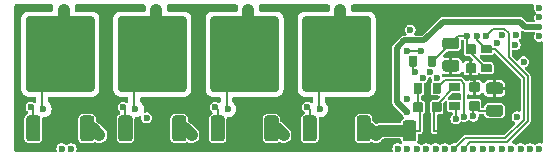
<source format=gtl>
G04 #@! TF.GenerationSoftware,KiCad,Pcbnew,7.0.9*
G04 #@! TF.CreationDate,2024-03-10T06:33:53+03:00*
G04 #@! TF.ProjectId,hellen1-mcz33810,68656c6c-656e-4312-9d6d-637a33333831,rev?*
G04 #@! TF.SameCoordinates,PX507d780PY4a62f80*
G04 #@! TF.FileFunction,Copper,L1,Top*
G04 #@! TF.FilePolarity,Positive*
%FSLAX46Y46*%
G04 Gerber Fmt 4.6, Leading zero omitted, Abs format (unit mm)*
G04 Created by KiCad (PCBNEW 7.0.9) date 2024-03-10 06:33:53*
%MOMM*%
%LPD*%
G01*
G04 APERTURE LIST*
G04 #@! TA.AperFunction,ComponentPad*
%ADD10C,0.600000*%
G04 #@! TD*
G04 #@! TA.AperFunction,SMDPad,CuDef*
%ADD11R,0.200000X12.500000*%
G04 #@! TD*
G04 #@! TA.AperFunction,SMDPad,CuDef*
%ADD12R,3.300000X0.200000*%
G04 #@! TD*
G04 #@! TA.AperFunction,SMDPad,CuDef*
%ADD13R,3.500000X0.200000*%
G04 #@! TD*
G04 #@! TA.AperFunction,SMDPad,CuDef*
%ADD14R,6.000000X0.200000*%
G04 #@! TD*
G04 #@! TA.AperFunction,SMDPad,CuDef*
%ADD15R,26.600000X0.200000*%
G04 #@! TD*
G04 #@! TA.AperFunction,SMDPad,CuDef*
%ADD16R,15.400000X0.200000*%
G04 #@! TD*
G04 #@! TA.AperFunction,SMDPad,CuDef*
%ADD17R,0.200000X8.500000*%
G04 #@! TD*
G04 #@! TA.AperFunction,ComponentPad*
%ADD18C,1.000000*%
G04 #@! TD*
G04 #@! TA.AperFunction,ViaPad*
%ADD19C,0.600000*%
G04 #@! TD*
G04 #@! TA.AperFunction,ViaPad*
%ADD20C,0.900000*%
G04 #@! TD*
G04 #@! TA.AperFunction,Conductor*
%ADD21C,0.200000*%
G04 #@! TD*
G04 #@! TA.AperFunction,Conductor*
%ADD22C,1.000000*%
G04 #@! TD*
G04 #@! TA.AperFunction,Conductor*
%ADD23C,0.500000*%
G04 #@! TD*
G04 APERTURE END LIST*
G04 #@! TA.AperFunction,EtchedComponent*
G04 #@! TO.C,R805*
G36*
X36469980Y1725000D02*
G01*
X35544980Y1725000D01*
X35544980Y1875000D01*
X36469980Y1875000D01*
X36469980Y1725000D01*
G37*
G04 #@! TD.AperFunction*
G04 #@! TA.AperFunction,EtchedComponent*
G36*
X34274960Y1725000D02*
G01*
X33349960Y1725000D01*
X33349960Y1875000D01*
X34274960Y1875000D01*
X34274960Y1725000D01*
G37*
G04 #@! TD.AperFunction*
G04 #@! TD*
D10*
G04 #@! TO.P,M801,E1,OUT_INJ4*
G04 #@! TO.N,/OUT_INJ4*
X44450000Y9800000D03*
G04 #@! TO.P,M801,E2,OUT_INJ3*
G04 #@! TO.N,/OUT_INJ3*
X44450000Y10600000D03*
G04 #@! TO.P,M801,E3,OUT_INJ1*
G04 #@! TO.N,/OUT_INJ1*
X44450000Y11400000D03*
G04 #@! TO.P,M801,E4,OUT_INJ2*
G04 #@! TO.N,/OUT_INJ2*
X44450000Y12200000D03*
D11*
G04 #@! TO.P,M801,G,GND*
G04 #@! TO.N,GND*
X100000Y6250000D03*
D12*
X1650000Y12400000D03*
D13*
X1750000Y100000D03*
D14*
X8100000Y12400000D03*
X15900000Y12400000D03*
D15*
X18650000Y100000D03*
D14*
X23700000Y12400000D03*
D16*
X36250000Y12400000D03*
D17*
X44650000Y5050000D03*
D18*
G04 #@! TO.P,M801,N1,OUT_IGN1*
G04 #@! TO.N,/OUT_IGN1*
X4200000Y12000000D03*
G04 #@! TO.P,M801,N2,OUT_IGN2*
G04 #@! TO.N,/OUT_IGN2*
X12000000Y12000000D03*
G04 #@! TO.P,M801,N3,OUT_IGN3*
G04 #@! TO.N,/OUT_IGN3*
X19800000Y12000000D03*
G04 #@! TO.P,M801,N4,OUT_IGN4*
G04 #@! TO.N,/OUT_IGN4*
X27600000Y12000000D03*
D10*
G04 #@! TO.P,M801,S1,INJ4*
G04 #@! TO.N,/INJ4*
X44450000Y300000D03*
G04 #@! TO.P,M801,S2,INJ3*
G04 #@! TO.N,/INJ3*
X43650000Y300000D03*
G04 #@! TO.P,M801,S3,INJ2*
G04 #@! TO.N,/INJ2*
X42850000Y300000D03*
G04 #@! TO.P,M801,S4,~SPKDUR*
G04 #@! TO.N,/~SPKDUR*
X42050000Y300000D03*
G04 #@! TO.P,M801,S5,IGN4*
G04 #@! TO.N,/IGN4*
X41250000Y300000D03*
G04 #@! TO.P,M801,S6,IGN3*
G04 #@! TO.N,/IGN3*
X40450000Y300000D03*
G04 #@! TO.P,M801,S7,IGN2*
G04 #@! TO.N,/IGN2*
X39650000Y300000D03*
G04 #@! TO.P,M801,S8,IGN1*
G04 #@! TO.N,/IGN1*
X38850000Y300000D03*
G04 #@! TO.P,M801,S9,INJ1*
G04 #@! TO.N,/INJ1*
X38050000Y300000D03*
G04 #@! TO.P,M801,S10,~OUTEN*
G04 #@! TO.N,/~OUTEN*
X37250000Y300000D03*
G04 #@! TO.P,M801,S11,NOMI*
G04 #@! TO.N,/NOMI*
X36450000Y300000D03*
G04 #@! TO.P,M801,S12,MAXI*
G04 #@! TO.N,/MAXI*
X35650000Y300000D03*
G04 #@! TO.P,M801,S13,MISO*
G04 #@! TO.N,/MISO*
X34850000Y300000D03*
G04 #@! TO.P,M801,S14,MOSI*
G04 #@! TO.N,/MOSI*
X34050000Y300000D03*
G04 #@! TO.P,M801,S15,SCLK*
G04 #@! TO.N,/SCLK*
X33250000Y300000D03*
G04 #@! TO.P,M801,S16,~CS*
G04 #@! TO.N,/~CS*
X32450000Y300000D03*
G04 #@! TO.P,M801,S17,12V_IN*
G04 #@! TO.N,+12V*
X4800000Y300000D03*
G04 #@! TO.P,M801,S18,3V3_IN*
G04 #@! TO.N,+3V3*
X4000000Y300000D03*
G04 #@! TD*
G04 #@! TO.P,R805,1,1*
G04 #@! TO.N,Net-(Q801-E)*
G04 #@! TA.AperFunction,SMDPad,CuDef*
G36*
G01*
X33794980Y900000D02*
X33104980Y900000D01*
G75*
G02*
X32874980Y1130000I0J230000D01*
G01*
X32874980Y2470000D01*
G75*
G02*
X33104980Y2700000I230000J0D01*
G01*
X33794980Y2700000D01*
G75*
G02*
X34024980Y2470000I0J-230000D01*
G01*
X34024980Y1130000D01*
G75*
G02*
X33794980Y900000I-230000J0D01*
G01*
G37*
G04 #@! TD.AperFunction*
G04 #@! TO.P,R805,2,2*
G04 #@! TO.N,Net-(C803-Pad1)*
G04 #@! TA.AperFunction,SMDPad,CuDef*
G36*
G01*
X34345000Y1725000D02*
X34255000Y1725000D01*
G75*
G02*
X34225000Y1755000I0J30000D01*
G01*
X34225000Y1845000D01*
G75*
G02*
X34255000Y1875000I30000J0D01*
G01*
X34345000Y1875000D01*
G75*
G02*
X34375000Y1845000I0J-30000D01*
G01*
X34375000Y1755000D01*
G75*
G02*
X34345000Y1725000I-30000J0D01*
G01*
G37*
G04 #@! TD.AperFunction*
G04 #@! TO.P,R805,3,3*
G04 #@! TO.N,Net-(C803-Pad2)*
G04 #@! TA.AperFunction,SMDPad,CuDef*
G36*
G01*
X35454980Y1875000D02*
X35544980Y1875000D01*
G75*
G02*
X35574980Y1845000I0J-30000D01*
G01*
X35574980Y1755000D01*
G75*
G02*
X35544980Y1725000I-30000J0D01*
G01*
X35454980Y1725000D01*
G75*
G02*
X35424980Y1755000I0J30000D01*
G01*
X35424980Y1845000D01*
G75*
G02*
X35454980Y1875000I30000J0D01*
G01*
G37*
G04 #@! TD.AperFunction*
G04 #@! TO.P,R805,4,4*
G04 #@! TO.N,GND*
G04 #@! TA.AperFunction,SMDPad,CuDef*
G36*
G01*
X36005000Y2700000D02*
X36695000Y2700000D01*
G75*
G02*
X36925000Y2470000I0J-230000D01*
G01*
X36925000Y1130000D01*
G75*
G02*
X36695000Y900000I-230000J0D01*
G01*
X36005000Y900000D01*
G75*
G02*
X35775000Y1130000I0J230000D01*
G01*
X35775000Y2470000D01*
G75*
G02*
X36005000Y2700000I230000J0D01*
G01*
G37*
G04 #@! TD.AperFunction*
G04 #@! TD*
G04 #@! TO.P,R804,2*
G04 #@! TO.N,Net-(C803-Pad2)*
G04 #@! TA.AperFunction,SMDPad,CuDef*
G36*
G01*
X37640000Y5150000D02*
X36860000Y5150000D01*
G75*
G02*
X36790000Y5220000I0J70000D01*
G01*
X36790000Y5780000D01*
G75*
G02*
X36860000Y5850000I70000J0D01*
G01*
X37640000Y5850000D01*
G75*
G02*
X37710000Y5780000I0J-70000D01*
G01*
X37710000Y5220000D01*
G75*
G02*
X37640000Y5150000I-70000J0D01*
G01*
G37*
G04 #@! TD.AperFunction*
G04 #@! TO.P,R804,1*
G04 #@! TO.N,Net-(U801-RSN)*
G04 #@! TA.AperFunction,SMDPad,CuDef*
G36*
G01*
X37640000Y3550000D02*
X36860000Y3550000D01*
G75*
G02*
X36790000Y3620000I0J70000D01*
G01*
X36790000Y4180000D01*
G75*
G02*
X36860000Y4250000I70000J0D01*
G01*
X37640000Y4250000D01*
G75*
G02*
X37710000Y4180000I0J-70000D01*
G01*
X37710000Y3620000D01*
G75*
G02*
X37640000Y3550000I-70000J0D01*
G01*
G37*
G04 #@! TD.AperFunction*
G04 #@! TD*
G04 #@! TO.P,R803,1*
G04 #@! TO.N,Net-(U801-RSP)*
G04 #@! TA.AperFunction,SMDPad,CuDef*
G36*
G01*
X36100000Y5790000D02*
X36100000Y5010000D01*
G75*
G02*
X36030000Y4940000I-70000J0D01*
G01*
X35470000Y4940000D01*
G75*
G02*
X35400000Y5010000I0J70000D01*
G01*
X35400000Y5790000D01*
G75*
G02*
X35470000Y5860000I70000J0D01*
G01*
X36030000Y5860000D01*
G75*
G02*
X36100000Y5790000I0J-70000D01*
G01*
G37*
G04 #@! TD.AperFunction*
G04 #@! TO.P,R803,2*
G04 #@! TO.N,Net-(C803-Pad1)*
G04 #@! TA.AperFunction,SMDPad,CuDef*
G36*
G01*
X34500000Y5790000D02*
X34500000Y5010000D01*
G75*
G02*
X34430000Y4940000I-70000J0D01*
G01*
X33870000Y4940000D01*
G75*
G02*
X33800000Y5010000I0J70000D01*
G01*
X33800000Y5790000D01*
G75*
G02*
X33870000Y5860000I70000J0D01*
G01*
X34430000Y5860000D01*
G75*
G02*
X34500000Y5790000I0J-70000D01*
G01*
G37*
G04 #@! TD.AperFunction*
G04 #@! TD*
G04 #@! TO.P,R802,1*
G04 #@! TO.N,/~CS*
G04 #@! TA.AperFunction,SMDPad,CuDef*
G36*
G01*
X33400000Y7310000D02*
X33400000Y8090000D01*
G75*
G02*
X33470000Y8160000I70000J0D01*
G01*
X34030000Y8160000D01*
G75*
G02*
X34100000Y8090000I0J-70000D01*
G01*
X34100000Y7310000D01*
G75*
G02*
X34030000Y7240000I-70000J0D01*
G01*
X33470000Y7240000D01*
G75*
G02*
X33400000Y7310000I0J70000D01*
G01*
G37*
G04 #@! TD.AperFunction*
G04 #@! TO.P,R802,2*
G04 #@! TO.N,+3V3*
G04 #@! TA.AperFunction,SMDPad,CuDef*
G36*
G01*
X35000000Y7310000D02*
X35000000Y8090000D01*
G75*
G02*
X35070000Y8160000I70000J0D01*
G01*
X35630000Y8160000D01*
G75*
G02*
X35700000Y8090000I0J-70000D01*
G01*
X35700000Y7310000D01*
G75*
G02*
X35630000Y7240000I-70000J0D01*
G01*
X35070000Y7240000D01*
G75*
G02*
X35000000Y7310000I0J70000D01*
G01*
G37*
G04 #@! TD.AperFunction*
G04 #@! TD*
G04 #@! TO.P,R801,2*
G04 #@! TO.N,+3V3*
G04 #@! TA.AperFunction,SMDPad,CuDef*
G36*
G01*
X39560000Y7450000D02*
X40340000Y7450000D01*
G75*
G02*
X40410000Y7380000I0J-70000D01*
G01*
X40410000Y6820000D01*
G75*
G02*
X40340000Y6750000I-70000J0D01*
G01*
X39560000Y6750000D01*
G75*
G02*
X39490000Y6820000I0J70000D01*
G01*
X39490000Y7380000D01*
G75*
G02*
X39560000Y7450000I70000J0D01*
G01*
G37*
G04 #@! TD.AperFunction*
G04 #@! TO.P,R801,1*
G04 #@! TO.N,/~OUTEN*
G04 #@! TA.AperFunction,SMDPad,CuDef*
G36*
G01*
X39560000Y9050000D02*
X40340000Y9050000D01*
G75*
G02*
X40410000Y8980000I0J-70000D01*
G01*
X40410000Y8420000D01*
G75*
G02*
X40340000Y8350000I-70000J0D01*
G01*
X39560000Y8350000D01*
G75*
G02*
X39490000Y8420000I0J70000D01*
G01*
X39490000Y8980000D01*
G75*
G02*
X39560000Y9050000I70000J0D01*
G01*
G37*
G04 #@! TD.AperFunction*
G04 #@! TD*
G04 #@! TO.P,Q804,2,C*
G04 #@! TO.N,/OUT_IGN4*
G04 #@! TA.AperFunction,SMDPad,CuDef*
G36*
G01*
X29930000Y5100000D02*
X27680000Y5100000D01*
G75*
G02*
X27430000Y5350000I0J250000D01*
G01*
X27430000Y7900000D01*
G75*
G02*
X27680000Y8150000I250000J0D01*
G01*
X29930000Y8150000D01*
G75*
G02*
X30180000Y7900000I0J-250000D01*
G01*
X30180000Y5350000D01*
G75*
G02*
X29930000Y5100000I-250000J0D01*
G01*
G37*
G04 #@! TD.AperFunction*
G04 #@! TA.AperFunction,SMDPad,CuDef*
G36*
G01*
X26880000Y8450000D02*
X24630000Y8450000D01*
G75*
G02*
X24380000Y8700000I0J250000D01*
G01*
X24380000Y11250000D01*
G75*
G02*
X24630000Y11500000I250000J0D01*
G01*
X26880000Y11500000D01*
G75*
G02*
X27130000Y11250000I0J-250000D01*
G01*
X27130000Y8700000D01*
G75*
G02*
X26880000Y8450000I-250000J0D01*
G01*
G37*
G04 #@! TD.AperFunction*
G04 #@! TA.AperFunction,SMDPad,CuDef*
G36*
G01*
X26880000Y5100000D02*
X24630000Y5100000D01*
G75*
G02*
X24380000Y5350000I0J250000D01*
G01*
X24380000Y7900000D01*
G75*
G02*
X24630000Y8150000I250000J0D01*
G01*
X26880000Y8150000D01*
G75*
G02*
X27130000Y7900000I0J-250000D01*
G01*
X27130000Y5350000D01*
G75*
G02*
X26880000Y5100000I-250000J0D01*
G01*
G37*
G04 #@! TD.AperFunction*
G04 #@! TA.AperFunction,SMDPad,CuDef*
G36*
G01*
X29930000Y8450000D02*
X27680000Y8450000D01*
G75*
G02*
X27430000Y8700000I0J250000D01*
G01*
X27430000Y11250000D01*
G75*
G02*
X27680000Y11500000I250000J0D01*
G01*
X29930000Y11500000D01*
G75*
G02*
X30180000Y11250000I0J-250000D01*
G01*
X30180000Y8700000D01*
G75*
G02*
X29930000Y8450000I-250000J0D01*
G01*
G37*
G04 #@! TD.AperFunction*
G04 #@! TA.AperFunction,SMDPad,CuDef*
G36*
G01*
X29930003Y5100000D02*
X24629997Y5100000D01*
G75*
G02*
X24380000Y5349997I0J249997D01*
G01*
X24380000Y11250003D01*
G75*
G02*
X24629997Y11500000I249997J0D01*
G01*
X29930003Y11500000D01*
G75*
G02*
X30180000Y11250003I0J-249997D01*
G01*
X30180000Y5349997D01*
G75*
G02*
X29930003Y5100000I-249997J0D01*
G01*
G37*
G04 #@! TD.AperFunction*
G04 #@! TO.P,Q804,3,E*
G04 #@! TO.N,Net-(Q801-E)*
G04 #@! TA.AperFunction,SMDPad,CuDef*
G36*
G01*
X29910000Y900000D02*
X29210000Y900000D01*
G75*
G02*
X28960000Y1150000I0J250000D01*
G01*
X28960000Y2850000D01*
G75*
G02*
X29210000Y3100000I250000J0D01*
G01*
X29910000Y3100000D01*
G75*
G02*
X30160000Y2850000I0J-250000D01*
G01*
X30160000Y1150000D01*
G75*
G02*
X29910000Y900000I-250000J0D01*
G01*
G37*
G04 #@! TD.AperFunction*
G04 #@! TO.P,Q804,1,G*
G04 #@! TO.N,Net-(Q804-G)*
G04 #@! TA.AperFunction,SMDPad,CuDef*
G36*
G01*
X25350000Y900000D02*
X24650000Y900000D01*
G75*
G02*
X24400000Y1150000I0J250000D01*
G01*
X24400000Y2850000D01*
G75*
G02*
X24650000Y3100000I250000J0D01*
G01*
X25350000Y3100000D01*
G75*
G02*
X25600000Y2850000I0J-250000D01*
G01*
X25600000Y1150000D01*
G75*
G02*
X25350000Y900000I-250000J0D01*
G01*
G37*
G04 #@! TD.AperFunction*
G04 #@! TD*
G04 #@! TO.P,Q803,2,C*
G04 #@! TO.N,/OUT_IGN3*
G04 #@! TA.AperFunction,SMDPad,CuDef*
G36*
G01*
X22130000Y5100000D02*
X19880000Y5100000D01*
G75*
G02*
X19630000Y5350000I0J250000D01*
G01*
X19630000Y7900000D01*
G75*
G02*
X19880000Y8150000I250000J0D01*
G01*
X22130000Y8150000D01*
G75*
G02*
X22380000Y7900000I0J-250000D01*
G01*
X22380000Y5350000D01*
G75*
G02*
X22130000Y5100000I-250000J0D01*
G01*
G37*
G04 #@! TD.AperFunction*
G04 #@! TA.AperFunction,SMDPad,CuDef*
G36*
G01*
X19080000Y8450000D02*
X16830000Y8450000D01*
G75*
G02*
X16580000Y8700000I0J250000D01*
G01*
X16580000Y11250000D01*
G75*
G02*
X16830000Y11500000I250000J0D01*
G01*
X19080000Y11500000D01*
G75*
G02*
X19330000Y11250000I0J-250000D01*
G01*
X19330000Y8700000D01*
G75*
G02*
X19080000Y8450000I-250000J0D01*
G01*
G37*
G04 #@! TD.AperFunction*
G04 #@! TA.AperFunction,SMDPad,CuDef*
G36*
G01*
X19080000Y5100000D02*
X16830000Y5100000D01*
G75*
G02*
X16580000Y5350000I0J250000D01*
G01*
X16580000Y7900000D01*
G75*
G02*
X16830000Y8150000I250000J0D01*
G01*
X19080000Y8150000D01*
G75*
G02*
X19330000Y7900000I0J-250000D01*
G01*
X19330000Y5350000D01*
G75*
G02*
X19080000Y5100000I-250000J0D01*
G01*
G37*
G04 #@! TD.AperFunction*
G04 #@! TA.AperFunction,SMDPad,CuDef*
G36*
G01*
X22130000Y8450000D02*
X19880000Y8450000D01*
G75*
G02*
X19630000Y8700000I0J250000D01*
G01*
X19630000Y11250000D01*
G75*
G02*
X19880000Y11500000I250000J0D01*
G01*
X22130000Y11500000D01*
G75*
G02*
X22380000Y11250000I0J-250000D01*
G01*
X22380000Y8700000D01*
G75*
G02*
X22130000Y8450000I-250000J0D01*
G01*
G37*
G04 #@! TD.AperFunction*
G04 #@! TA.AperFunction,SMDPad,CuDef*
G36*
G01*
X22130003Y5100000D02*
X16829997Y5100000D01*
G75*
G02*
X16580000Y5349997I0J249997D01*
G01*
X16580000Y11250003D01*
G75*
G02*
X16829997Y11500000I249997J0D01*
G01*
X22130003Y11500000D01*
G75*
G02*
X22380000Y11250003I0J-249997D01*
G01*
X22380000Y5349997D01*
G75*
G02*
X22130003Y5100000I-249997J0D01*
G01*
G37*
G04 #@! TD.AperFunction*
G04 #@! TO.P,Q803,3,E*
G04 #@! TO.N,Net-(Q801-E)*
G04 #@! TA.AperFunction,SMDPad,CuDef*
G36*
G01*
X22110000Y900000D02*
X21410000Y900000D01*
G75*
G02*
X21160000Y1150000I0J250000D01*
G01*
X21160000Y2850000D01*
G75*
G02*
X21410000Y3100000I250000J0D01*
G01*
X22110000Y3100000D01*
G75*
G02*
X22360000Y2850000I0J-250000D01*
G01*
X22360000Y1150000D01*
G75*
G02*
X22110000Y900000I-250000J0D01*
G01*
G37*
G04 #@! TD.AperFunction*
G04 #@! TO.P,Q803,1,G*
G04 #@! TO.N,Net-(Q803-G)*
G04 #@! TA.AperFunction,SMDPad,CuDef*
G36*
G01*
X17550000Y900000D02*
X16850000Y900000D01*
G75*
G02*
X16600000Y1150000I0J250000D01*
G01*
X16600000Y2850000D01*
G75*
G02*
X16850000Y3100000I250000J0D01*
G01*
X17550000Y3100000D01*
G75*
G02*
X17800000Y2850000I0J-250000D01*
G01*
X17800000Y1150000D01*
G75*
G02*
X17550000Y900000I-250000J0D01*
G01*
G37*
G04 #@! TD.AperFunction*
G04 #@! TD*
G04 #@! TO.P,Q802,2,C*
G04 #@! TO.N,/OUT_IGN2*
G04 #@! TA.AperFunction,SMDPad,CuDef*
G36*
G01*
X14330000Y5100000D02*
X12080000Y5100000D01*
G75*
G02*
X11830000Y5350000I0J250000D01*
G01*
X11830000Y7900000D01*
G75*
G02*
X12080000Y8150000I250000J0D01*
G01*
X14330000Y8150000D01*
G75*
G02*
X14580000Y7900000I0J-250000D01*
G01*
X14580000Y5350000D01*
G75*
G02*
X14330000Y5100000I-250000J0D01*
G01*
G37*
G04 #@! TD.AperFunction*
G04 #@! TA.AperFunction,SMDPad,CuDef*
G36*
G01*
X11280000Y8450000D02*
X9030000Y8450000D01*
G75*
G02*
X8780000Y8700000I0J250000D01*
G01*
X8780000Y11250000D01*
G75*
G02*
X9030000Y11500000I250000J0D01*
G01*
X11280000Y11500000D01*
G75*
G02*
X11530000Y11250000I0J-250000D01*
G01*
X11530000Y8700000D01*
G75*
G02*
X11280000Y8450000I-250000J0D01*
G01*
G37*
G04 #@! TD.AperFunction*
G04 #@! TA.AperFunction,SMDPad,CuDef*
G36*
G01*
X11280000Y5100000D02*
X9030000Y5100000D01*
G75*
G02*
X8780000Y5350000I0J250000D01*
G01*
X8780000Y7900000D01*
G75*
G02*
X9030000Y8150000I250000J0D01*
G01*
X11280000Y8150000D01*
G75*
G02*
X11530000Y7900000I0J-250000D01*
G01*
X11530000Y5350000D01*
G75*
G02*
X11280000Y5100000I-250000J0D01*
G01*
G37*
G04 #@! TD.AperFunction*
G04 #@! TA.AperFunction,SMDPad,CuDef*
G36*
G01*
X14330000Y8450000D02*
X12080000Y8450000D01*
G75*
G02*
X11830000Y8700000I0J250000D01*
G01*
X11830000Y11250000D01*
G75*
G02*
X12080000Y11500000I250000J0D01*
G01*
X14330000Y11500000D01*
G75*
G02*
X14580000Y11250000I0J-250000D01*
G01*
X14580000Y8700000D01*
G75*
G02*
X14330000Y8450000I-250000J0D01*
G01*
G37*
G04 #@! TD.AperFunction*
G04 #@! TA.AperFunction,SMDPad,CuDef*
G36*
G01*
X14330003Y5100000D02*
X9029997Y5100000D01*
G75*
G02*
X8780000Y5349997I0J249997D01*
G01*
X8780000Y11250003D01*
G75*
G02*
X9029997Y11500000I249997J0D01*
G01*
X14330003Y11500000D01*
G75*
G02*
X14580000Y11250003I0J-249997D01*
G01*
X14580000Y5349997D01*
G75*
G02*
X14330003Y5100000I-249997J0D01*
G01*
G37*
G04 #@! TD.AperFunction*
G04 #@! TO.P,Q802,3,E*
G04 #@! TO.N,Net-(Q801-E)*
G04 #@! TA.AperFunction,SMDPad,CuDef*
G36*
G01*
X14310000Y900000D02*
X13610000Y900000D01*
G75*
G02*
X13360000Y1150000I0J250000D01*
G01*
X13360000Y2850000D01*
G75*
G02*
X13610000Y3100000I250000J0D01*
G01*
X14310000Y3100000D01*
G75*
G02*
X14560000Y2850000I0J-250000D01*
G01*
X14560000Y1150000D01*
G75*
G02*
X14310000Y900000I-250000J0D01*
G01*
G37*
G04 #@! TD.AperFunction*
G04 #@! TO.P,Q802,1,G*
G04 #@! TO.N,Net-(Q802-G)*
G04 #@! TA.AperFunction,SMDPad,CuDef*
G36*
G01*
X9750000Y900000D02*
X9050000Y900000D01*
G75*
G02*
X8800000Y1150000I0J250000D01*
G01*
X8800000Y2850000D01*
G75*
G02*
X9050000Y3100000I250000J0D01*
G01*
X9750000Y3100000D01*
G75*
G02*
X10000000Y2850000I0J-250000D01*
G01*
X10000000Y1150000D01*
G75*
G02*
X9750000Y900000I-250000J0D01*
G01*
G37*
G04 #@! TD.AperFunction*
G04 #@! TD*
G04 #@! TO.P,Q801,2,C*
G04 #@! TO.N,/OUT_IGN1*
G04 #@! TA.AperFunction,SMDPad,CuDef*
G36*
G01*
X6530000Y5100000D02*
X4280000Y5100000D01*
G75*
G02*
X4030000Y5350000I0J250000D01*
G01*
X4030000Y7900000D01*
G75*
G02*
X4280000Y8150000I250000J0D01*
G01*
X6530000Y8150000D01*
G75*
G02*
X6780000Y7900000I0J-250000D01*
G01*
X6780000Y5350000D01*
G75*
G02*
X6530000Y5100000I-250000J0D01*
G01*
G37*
G04 #@! TD.AperFunction*
G04 #@! TA.AperFunction,SMDPad,CuDef*
G36*
G01*
X3480000Y8450000D02*
X1230000Y8450000D01*
G75*
G02*
X980000Y8700000I0J250000D01*
G01*
X980000Y11250000D01*
G75*
G02*
X1230000Y11500000I250000J0D01*
G01*
X3480000Y11500000D01*
G75*
G02*
X3730000Y11250000I0J-250000D01*
G01*
X3730000Y8700000D01*
G75*
G02*
X3480000Y8450000I-250000J0D01*
G01*
G37*
G04 #@! TD.AperFunction*
G04 #@! TA.AperFunction,SMDPad,CuDef*
G36*
G01*
X3480000Y5100000D02*
X1230000Y5100000D01*
G75*
G02*
X980000Y5350000I0J250000D01*
G01*
X980000Y7900000D01*
G75*
G02*
X1230000Y8150000I250000J0D01*
G01*
X3480000Y8150000D01*
G75*
G02*
X3730000Y7900000I0J-250000D01*
G01*
X3730000Y5350000D01*
G75*
G02*
X3480000Y5100000I-250000J0D01*
G01*
G37*
G04 #@! TD.AperFunction*
G04 #@! TA.AperFunction,SMDPad,CuDef*
G36*
G01*
X6530000Y8450000D02*
X4280000Y8450000D01*
G75*
G02*
X4030000Y8700000I0J250000D01*
G01*
X4030000Y11250000D01*
G75*
G02*
X4280000Y11500000I250000J0D01*
G01*
X6530000Y11500000D01*
G75*
G02*
X6780000Y11250000I0J-250000D01*
G01*
X6780000Y8700000D01*
G75*
G02*
X6530000Y8450000I-250000J0D01*
G01*
G37*
G04 #@! TD.AperFunction*
G04 #@! TA.AperFunction,SMDPad,CuDef*
G36*
G01*
X6530003Y5100000D02*
X1229997Y5100000D01*
G75*
G02*
X980000Y5349997I0J249997D01*
G01*
X980000Y11250003D01*
G75*
G02*
X1229997Y11500000I249997J0D01*
G01*
X6530003Y11500000D01*
G75*
G02*
X6780000Y11250003I0J-249997D01*
G01*
X6780000Y5349997D01*
G75*
G02*
X6530003Y5100000I-249997J0D01*
G01*
G37*
G04 #@! TD.AperFunction*
G04 #@! TO.P,Q801,3,E*
G04 #@! TO.N,Net-(Q801-E)*
G04 #@! TA.AperFunction,SMDPad,CuDef*
G36*
G01*
X6510000Y900000D02*
X5810000Y900000D01*
G75*
G02*
X5560000Y1150000I0J250000D01*
G01*
X5560000Y2850000D01*
G75*
G02*
X5810000Y3100000I250000J0D01*
G01*
X6510000Y3100000D01*
G75*
G02*
X6760000Y2850000I0J-250000D01*
G01*
X6760000Y1150000D01*
G75*
G02*
X6510000Y900000I-250000J0D01*
G01*
G37*
G04 #@! TD.AperFunction*
G04 #@! TO.P,Q801,1,G*
G04 #@! TO.N,Net-(Q801-G)*
G04 #@! TA.AperFunction,SMDPad,CuDef*
G36*
G01*
X1950000Y900000D02*
X1250000Y900000D01*
G75*
G02*
X1000000Y1150000I0J250000D01*
G01*
X1000000Y2850000D01*
G75*
G02*
X1250000Y3100000I250000J0D01*
G01*
X1950000Y3100000D01*
G75*
G02*
X2200000Y2850000I0J-250000D01*
G01*
X2200000Y1150000D01*
G75*
G02*
X1950000Y900000I-250000J0D01*
G01*
G37*
G04 #@! TD.AperFunction*
G04 #@! TD*
G04 #@! TO.P,C805,2*
G04 #@! TO.N,+12V*
G04 #@! TA.AperFunction,SMDPad,CuDef*
G36*
G01*
X40175000Y4000000D02*
X41125000Y4000000D01*
G75*
G02*
X41375000Y3750000I0J-250000D01*
G01*
X41375000Y3250000D01*
G75*
G02*
X41125000Y3000000I-250000J0D01*
G01*
X40175000Y3000000D01*
G75*
G02*
X39925000Y3250000I0J250000D01*
G01*
X39925000Y3750000D01*
G75*
G02*
X40175000Y4000000I250000J0D01*
G01*
G37*
G04 #@! TD.AperFunction*
G04 #@! TO.P,C805,1*
G04 #@! TO.N,GND*
G04 #@! TA.AperFunction,SMDPad,CuDef*
G36*
G01*
X40175000Y5900000D02*
X41125000Y5900000D01*
G75*
G02*
X41375000Y5650000I0J-250000D01*
G01*
X41375000Y5150000D01*
G75*
G02*
X41125000Y4900000I-250000J0D01*
G01*
X40175000Y4900000D01*
G75*
G02*
X39925000Y5150000I0J250000D01*
G01*
X39925000Y5650000D01*
G75*
G02*
X40175000Y5900000I250000J0D01*
G01*
G37*
G04 #@! TD.AperFunction*
G04 #@! TD*
G04 #@! TO.P,C804,1*
G04 #@! TO.N,+12V*
G04 #@! TA.AperFunction,SMDPad,CuDef*
G36*
G01*
X39290000Y3484999D02*
X38610000Y3484999D01*
G75*
G02*
X38525000Y3569999I0J85000D01*
G01*
X38525000Y4249999D01*
G75*
G02*
X38610000Y4334999I85000J0D01*
G01*
X39290000Y4334999D01*
G75*
G02*
X39375000Y4249999I0J-85000D01*
G01*
X39375000Y3569999D01*
G75*
G02*
X39290000Y3484999I-85000J0D01*
G01*
G37*
G04 #@! TD.AperFunction*
G04 #@! TO.P,C804,2*
G04 #@! TO.N,GND*
G04 #@! TA.AperFunction,SMDPad,CuDef*
G36*
G01*
X39290000Y5065001D02*
X38610000Y5065001D01*
G75*
G02*
X38525000Y5150001I0J85000D01*
G01*
X38525000Y5830001D01*
G75*
G02*
X38610000Y5915001I85000J0D01*
G01*
X39290000Y5915001D01*
G75*
G02*
X39375000Y5830001I0J-85000D01*
G01*
X39375000Y5150001D01*
G75*
G02*
X39290000Y5065001I-85000J0D01*
G01*
G37*
G04 #@! TD.AperFunction*
G04 #@! TD*
G04 #@! TO.P,C803,2*
G04 #@! TO.N,Net-(C803-Pad2)*
G04 #@! TA.AperFunction,SMDPad,CuDef*
G36*
G01*
X35315001Y3460000D02*
X35315001Y4140000D01*
G75*
G02*
X35400001Y4225000I85000J0D01*
G01*
X36080001Y4225000D01*
G75*
G02*
X36165001Y4140000I0J-85000D01*
G01*
X36165001Y3460000D01*
G75*
G02*
X36080001Y3375000I-85000J0D01*
G01*
X35400001Y3375000D01*
G75*
G02*
X35315001Y3460000I0J85000D01*
G01*
G37*
G04 #@! TD.AperFunction*
G04 #@! TO.P,C803,1*
G04 #@! TO.N,Net-(C803-Pad1)*
G04 #@! TA.AperFunction,SMDPad,CuDef*
G36*
G01*
X33734999Y3460000D02*
X33734999Y4140000D01*
G75*
G02*
X33819999Y4225000I85000J0D01*
G01*
X34499999Y4225000D01*
G75*
G02*
X34584999Y4140000I0J-85000D01*
G01*
X34584999Y3460000D01*
G75*
G02*
X34499999Y3375000I-85000J0D01*
G01*
X33819999Y3375000D01*
G75*
G02*
X33734999Y3460000I0J85000D01*
G01*
G37*
G04 #@! TD.AperFunction*
G04 #@! TD*
G04 #@! TO.P,C802,1*
G04 #@! TO.N,GND*
G04 #@! TA.AperFunction,SMDPad,CuDef*
G36*
G01*
X37425000Y6800000D02*
X36475000Y6800000D01*
G75*
G02*
X36225000Y7050000I0J250000D01*
G01*
X36225000Y7550000D01*
G75*
G02*
X36475000Y7800000I250000J0D01*
G01*
X37425000Y7800000D01*
G75*
G02*
X37675000Y7550000I0J-250000D01*
G01*
X37675000Y7050000D01*
G75*
G02*
X37425000Y6800000I-250000J0D01*
G01*
G37*
G04 #@! TD.AperFunction*
G04 #@! TO.P,C802,2*
G04 #@! TO.N,+3V3*
G04 #@! TA.AperFunction,SMDPad,CuDef*
G36*
G01*
X37425000Y8700000D02*
X36475000Y8700000D01*
G75*
G02*
X36225000Y8950000I0J250000D01*
G01*
X36225000Y9450000D01*
G75*
G02*
X36475000Y9700000I250000J0D01*
G01*
X37425000Y9700000D01*
G75*
G02*
X37675000Y9450000I0J-250000D01*
G01*
X37675000Y8950000D01*
G75*
G02*
X37425000Y8700000I-250000J0D01*
G01*
G37*
G04 #@! TD.AperFunction*
G04 #@! TD*
G04 #@! TO.P,C801,1*
G04 #@! TO.N,+3V3*
G04 #@! TA.AperFunction,SMDPad,CuDef*
G36*
G01*
X38310000Y9115001D02*
X38990000Y9115001D01*
G75*
G02*
X39075000Y9030001I0J-85000D01*
G01*
X39075000Y8350001D01*
G75*
G02*
X38990000Y8265001I-85000J0D01*
G01*
X38310000Y8265001D01*
G75*
G02*
X38225000Y8350001I0J85000D01*
G01*
X38225000Y9030001D01*
G75*
G02*
X38310000Y9115001I85000J0D01*
G01*
G37*
G04 #@! TD.AperFunction*
G04 #@! TO.P,C801,2*
G04 #@! TO.N,GND*
G04 #@! TA.AperFunction,SMDPad,CuDef*
G36*
G01*
X38310000Y7534999D02*
X38990000Y7534999D01*
G75*
G02*
X39075000Y7449999I0J-85000D01*
G01*
X39075000Y6769999D01*
G75*
G02*
X38990000Y6684999I-85000J0D01*
G01*
X38310000Y6684999D01*
G75*
G02*
X38225000Y6769999I0J85000D01*
G01*
X38225000Y7449999D01*
G75*
G02*
X38310000Y7534999I85000J0D01*
G01*
G37*
G04 #@! TD.AperFunction*
G04 #@! TD*
D19*
G04 #@! TO.N,GND*
X40000000Y7900000D03*
X37250000Y4700000D03*
X13350000Y3650000D03*
X32300000Y11050000D03*
X31800000Y850000D03*
X32050000Y3200000D03*
G04 #@! TO.N,/OUT_INJ1*
X33513650Y10350000D03*
G04 #@! TO.N,GND*
X33312602Y11864640D03*
X39587686Y2869910D03*
X28650000Y550000D03*
X16050000Y550000D03*
X6765987Y440800D03*
X2800000Y550000D03*
X799659Y549490D03*
X8143526Y12057988D03*
X15942120Y12058927D03*
X23777984Y12072360D03*
X44200000Y4400000D03*
G04 #@! TO.N,/OUT_INJ4*
X43100000Y7650000D03*
G04 #@! TO.N,/OUT_INJ3*
X33268688Y3352808D03*
G04 #@! TO.N,GND*
X43073372Y8750000D03*
X41866117Y6216117D03*
X40950000Y6550000D03*
X41850000Y4200000D03*
X39850000Y4400000D03*
X36950000Y8250000D03*
X38850000Y6300000D03*
X41759336Y2945147D03*
X34897194Y4598129D03*
X36549774Y3023488D03*
X29700000Y3549500D03*
X23500000Y8800000D03*
X15600000Y8300000D03*
X724093Y12200000D03*
X8000000Y8300000D03*
X3950000Y1300000D03*
X8000000Y3900000D03*
X6000000Y3800000D03*
X16100000Y3500000D03*
X24000000Y3900000D03*
X21467947Y3625679D03*
G04 #@! TO.N,Net-(U801-FB1)*
X11190001Y2900000D03*
X42393323Y9066287D03*
G04 #@! TO.N,Net-(Q802-G)*
X42463518Y9914300D03*
G04 #@! TO.N,Net-(Q801-G)*
X34450000Y8550000D03*
X33200500Y8550000D03*
G04 #@! TO.N,Net-(Q803-G)*
X33256041Y4451808D03*
G04 #@! TO.N,Net-(Q804-G)*
X42550000Y3000000D03*
G04 #@! TO.N,/~CS*
X33950000Y6800000D03*
G04 #@! TO.N,/SCLK*
X34550000Y6300000D03*
G04 #@! TO.N,/MOSI*
X35161043Y6790500D03*
G04 #@! TO.N,/MISO*
X35750000Y6309500D03*
G04 #@! TO.N,Net-(U801-RSN)*
X37362049Y2799620D03*
G04 #@! TO.N,Net-(U801-RSP)*
X38083307Y3005265D03*
G04 #@! TO.N,+3V3*
X38350000Y9800000D03*
G04 #@! TO.N,/~OUTEN*
X39150000Y9800000D03*
G04 #@! TO.N,/INJ1*
X39899978Y9793873D03*
G04 #@! TO.N,/INJ2*
X40859500Y9226002D03*
G04 #@! TO.N,/INJ3*
X41240162Y9872222D03*
G04 #@! TO.N,+12V*
X38850000Y3024000D03*
D20*
G04 #@! TO.N,Net-(Q801-E)*
X30600000Y1425500D03*
X22800000Y1425500D03*
X15000000Y1425500D03*
X7200000Y1425500D03*
D19*
G04 #@! TO.N,Net-(Q804-G)*
X24800000Y3800000D03*
G04 #@! TO.N,/OUT_IGN4*
X25846804Y3660002D03*
G04 #@! TO.N,Net-(Q803-G)*
X17000000Y3800000D03*
G04 #@! TO.N,/OUT_IGN3*
X18046804Y3660002D03*
G04 #@! TO.N,Net-(Q802-G)*
X9200000Y3800000D03*
G04 #@! TO.N,/OUT_IGN2*
X10246804Y3660002D03*
G04 #@! TO.N,Net-(Q801-G)*
X1400000Y3800000D03*
G04 #@! TO.N,/OUT_IGN1*
X2446804Y3660002D03*
G04 #@! TD*
D21*
G04 #@! TO.N,/~OUTEN*
X40700000Y8700000D02*
X39950000Y8700000D01*
X43100000Y6300000D02*
X40700000Y8700000D01*
X43100000Y2750000D02*
X43100000Y6300000D01*
X41550000Y1200000D02*
X43100000Y2750000D01*
X38150000Y1200000D02*
X41550000Y1200000D01*
X37250000Y300000D02*
X38150000Y1200000D01*
G04 #@! TO.N,/INJ1*
X40528327Y10422222D02*
X39899978Y9793873D01*
X41467980Y10422222D02*
X40528327Y10422222D01*
X41835839Y8059135D02*
X41835839Y10054363D01*
X41694974Y850000D02*
X43450000Y2605026D01*
X43450000Y6444974D02*
X41835839Y8059135D01*
X38600000Y850000D02*
X41694974Y850000D01*
X41835839Y10054363D02*
X41467980Y10422222D01*
X38050000Y300000D02*
X38600000Y850000D01*
X43450000Y2605026D02*
X43450000Y6444974D01*
G04 #@! TO.N,Net-(C803-Pad2)*
X35499980Y3559979D02*
X35740001Y3800000D01*
X35499980Y1800000D02*
X35499980Y3559979D01*
G04 #@! TO.N,Net-(C803-Pad1)*
X34300000Y3659999D02*
X34159999Y3800000D01*
X34300000Y1800000D02*
X34300000Y3659999D01*
D22*
G04 #@! TO.N,Net-(Q801-E)*
X30974500Y1800000D02*
X33449980Y1800000D01*
X30600000Y1425500D02*
X30974500Y1800000D01*
D23*
G04 #@! TO.N,/OUT_INJ3*
X43250000Y10600000D02*
X44450000Y10600000D01*
X42800000Y11050000D02*
X43250000Y10600000D01*
X33000000Y9450000D02*
X34700000Y9450000D01*
X32380000Y8830000D02*
X33000000Y9450000D01*
X33268688Y3352808D02*
X32380000Y4241496D01*
X32380000Y4241496D02*
X32380000Y8830000D01*
X34700000Y9450000D02*
X36300000Y11050000D01*
X36300000Y11050000D02*
X42800000Y11050000D01*
D21*
G04 #@! TO.N,Net-(Q801-G)*
X34450000Y8550000D02*
X33200500Y8550000D01*
G04 #@! TO.N,+12V*
X39359999Y3500000D02*
X40650000Y3500000D01*
X38950000Y3909999D02*
X39359999Y3500000D01*
X38850000Y3024000D02*
X38850000Y3809999D01*
X38850000Y3809999D02*
X38950000Y3909999D01*
G04 #@! TO.N,/OUT_IGN4*
X25755000Y3751806D02*
X25755000Y6625000D01*
G04 #@! TO.N,/OUT_IGN3*
X17955000Y3751806D02*
X17955000Y6625000D01*
G04 #@! TO.N,/OUT_IGN2*
X10155000Y3751806D02*
X10155000Y6625000D01*
G04 #@! TO.N,+3V3*
X38650000Y8690001D02*
X38650000Y8400000D01*
X38650000Y8400000D02*
X39950000Y7100000D01*
X38350000Y8990001D02*
X38650000Y8690001D01*
X38350000Y9800000D02*
X38350000Y8990001D01*
X36950000Y9200000D02*
X37550000Y9800000D01*
X37550000Y9800000D02*
X38350000Y9800000D01*
X35450000Y7700000D02*
X36950000Y9200000D01*
X35350000Y7700000D02*
X35450000Y7700000D01*
G04 #@! TO.N,/~CS*
X33750000Y7000000D02*
X33950000Y6800000D01*
X33750000Y7700000D02*
X33750000Y7000000D01*
G04 #@! TO.N,Net-(U801-RSP)*
X36450000Y6100000D02*
X35750000Y5400000D01*
X38083307Y3005265D02*
X38083307Y5791181D01*
X38083307Y5791181D02*
X37774488Y6100000D01*
X37774488Y6100000D02*
X36450000Y6100000D01*
G04 #@! TO.N,Net-(U801-RSN)*
X37362049Y3787951D02*
X37250000Y3900000D01*
X37362049Y2799620D02*
X37362049Y3787951D01*
G04 #@! TO.N,Net-(C803-Pad1)*
X34159999Y5390001D02*
X34150000Y5400000D01*
X34159999Y3800000D02*
X34159999Y5390001D01*
G04 #@! TO.N,Net-(C803-Pad2)*
X37250000Y5500000D02*
X35740001Y3990001D01*
X35740001Y3990001D02*
X35740001Y3800000D01*
G04 #@! TO.N,/~OUTEN*
X39950000Y8700000D02*
X39150000Y9500000D01*
X39150000Y9500000D02*
X39150000Y9800000D01*
D22*
G04 #@! TO.N,Net-(Q801-E)*
X29560000Y2000000D02*
X30025500Y2000000D01*
X30025500Y2000000D02*
X30600000Y1425500D01*
X21760000Y2000000D02*
X22225500Y2000000D01*
X22225500Y2000000D02*
X22800000Y1425500D01*
X13960000Y2000000D02*
X14425500Y2000000D01*
X14425500Y2000000D02*
X15000000Y1425500D01*
X6625500Y2000000D02*
X7200000Y1425500D01*
X6160000Y2000000D02*
X6625500Y2000000D01*
G04 #@! TO.N,/OUT_IGN1*
X4200000Y12000000D02*
X4200000Y11180000D01*
X4200000Y11180000D02*
X5405000Y9975000D01*
G04 #@! TO.N,/OUT_IGN4*
X27600000Y11180000D02*
X28805000Y9975000D01*
X27600000Y12000000D02*
X27600000Y11180000D01*
G04 #@! TO.N,/OUT_IGN3*
X19800000Y11180000D02*
X21005000Y9975000D01*
X19800000Y12000000D02*
X19800000Y11180000D01*
G04 #@! TO.N,/OUT_IGN2*
X12000000Y11180000D02*
X13205000Y9975000D01*
X12000000Y12000000D02*
X12000000Y11180000D01*
D21*
G04 #@! TO.N,/OUT_IGN4*
X25846804Y3660002D02*
X25755000Y3751806D01*
G04 #@! TO.N,Net-(Q804-G)*
X25000000Y2000000D02*
X25000000Y3600000D01*
X25000000Y3600000D02*
X24800000Y3800000D01*
G04 #@! TO.N,/OUT_IGN3*
X18046804Y3660002D02*
X17955000Y3751806D01*
G04 #@! TO.N,Net-(Q803-G)*
X17200000Y2000000D02*
X17200000Y3600000D01*
X17200000Y3600000D02*
X17000000Y3800000D01*
G04 #@! TO.N,/OUT_IGN2*
X10246804Y3660002D02*
X10155000Y3751806D01*
G04 #@! TO.N,Net-(Q802-G)*
X9400000Y2000000D02*
X9400000Y3600000D01*
X9400000Y3600000D02*
X9200000Y3800000D01*
G04 #@! TO.N,Net-(Q801-G)*
X1600000Y3600000D02*
X1400000Y3800000D01*
X1600000Y2000000D02*
X1600000Y3600000D01*
G04 #@! TO.N,/OUT_IGN1*
X2355000Y3751806D02*
X2355000Y6625000D01*
X2446804Y3660002D02*
X2355000Y3751806D01*
G04 #@! TD*
G04 #@! TA.AperFunction,Conductor*
G04 #@! TO.N,GND*
G36*
X3243039Y12479815D02*
G01*
X3288794Y12427011D01*
X3300000Y12375500D01*
X3300000Y12055204D01*
X3299660Y12048720D01*
X3295753Y12011540D01*
X3269169Y11946925D01*
X3211872Y11906940D01*
X3172432Y11900500D01*
X1164304Y11900500D01*
X1145101Y11898989D01*
X1135499Y11898233D01*
X1132808Y11898022D01*
X1127426Y11897598D01*
X969604Y11851746D01*
X969601Y11851745D01*
X828136Y11768084D01*
X828128Y11768078D01*
X711922Y11651872D01*
X711916Y11651864D01*
X628255Y11510399D01*
X628253Y11510396D01*
X582402Y11352577D01*
X582401Y11352571D01*
X579500Y11315699D01*
X579500Y5284304D01*
X581767Y5255501D01*
X582402Y5247427D01*
X628254Y5089605D01*
X628255Y5089602D01*
X711916Y4948137D01*
X711922Y4948129D01*
X828128Y4831923D01*
X828132Y4831920D01*
X828134Y4831918D01*
X969600Y4748256D01*
X969601Y4748256D01*
X969604Y4748254D01*
X1127423Y4702403D01*
X1127426Y4702403D01*
X1127428Y4702402D01*
X1144726Y4701041D01*
X1151143Y4699500D01*
X1161861Y4699500D01*
X1166727Y4699309D01*
X1170902Y4698981D01*
X1176280Y4699500D01*
X1730500Y4699500D01*
X1797539Y4679815D01*
X1843294Y4627011D01*
X1854500Y4575500D01*
X1854500Y4270511D01*
X1834815Y4203472D01*
X1782011Y4157717D01*
X1712853Y4147773D01*
X1663461Y4166195D01*
X1589069Y4214004D01*
X1589065Y4214006D01*
X1589064Y4214006D01*
X1464774Y4250500D01*
X1464772Y4250500D01*
X1335228Y4250500D01*
X1335226Y4250500D01*
X1210935Y4214006D01*
X1210932Y4214005D01*
X1210931Y4214004D01*
X1184130Y4196780D01*
X1101950Y4143967D01*
X1017118Y4046063D01*
X1017117Y4046062D01*
X963302Y3928226D01*
X944867Y3800000D01*
X963302Y3671775D01*
X968679Y3660002D01*
X1017118Y3553937D01*
X1101951Y3456033D01*
X1121609Y3443400D01*
X1167364Y3390596D01*
X1177308Y3321438D01*
X1148284Y3257882D01*
X1110866Y3228600D01*
X1011659Y3178051D01*
X1011652Y3178046D01*
X921954Y3088348D01*
X921951Y3088343D01*
X864352Y2975302D01*
X849500Y2881525D01*
X849500Y1118483D01*
X859244Y1056964D01*
X864354Y1024696D01*
X921950Y911658D01*
X921952Y911656D01*
X921954Y911653D01*
X1011652Y821955D01*
X1011654Y821954D01*
X1011658Y821950D01*
X1113313Y770154D01*
X1124698Y764353D01*
X1218475Y749501D01*
X1218481Y749500D01*
X1981518Y749501D01*
X2075304Y764354D01*
X2188342Y821950D01*
X2278050Y911658D01*
X2335646Y1024696D01*
X2335646Y1024698D01*
X2335647Y1024699D01*
X2350499Y1118476D01*
X2350500Y1118481D01*
X2350500Y1118483D01*
X5409500Y1118483D01*
X5419244Y1056964D01*
X5424354Y1024696D01*
X5481950Y911658D01*
X5481952Y911656D01*
X5481954Y911653D01*
X5571652Y821955D01*
X5571654Y821954D01*
X5571658Y821950D01*
X5673313Y770154D01*
X5684698Y764353D01*
X5778475Y749501D01*
X5778481Y749500D01*
X6541518Y749501D01*
X6635304Y764354D01*
X6748342Y821950D01*
X6751712Y825321D01*
X6813030Y858806D01*
X6882722Y853825D01*
X6888641Y851442D01*
X7017070Y795865D01*
X7017072Y795865D01*
X7017074Y795864D01*
X7179402Y770154D01*
X7179404Y770153D01*
X7179404Y770154D01*
X7179405Y770153D01*
X7343030Y785620D01*
X7497668Y841294D01*
X7633602Y933674D01*
X7742292Y1056959D01*
X7788000Y1146666D01*
X7816906Y1203395D01*
X7816906Y1203397D01*
X7816908Y1203400D01*
X7852760Y1363796D01*
X7847598Y1528069D01*
X7801745Y1685898D01*
X7718081Y1827365D01*
X7718079Y1827367D01*
X7718076Y1827371D01*
X7145934Y2399512D01*
X7135861Y2412086D01*
X7135674Y2411930D01*
X7130701Y2417941D01*
X7097494Y2449124D01*
X7078255Y2467191D01*
X7056535Y2488911D01*
X7050735Y2493411D01*
X7046298Y2497201D01*
X7010896Y2530446D01*
X7010888Y2530452D01*
X6992292Y2540675D01*
X6976031Y2551356D01*
X6959264Y2564362D01*
X6959262Y2564363D01*
X6958499Y2564955D01*
X6917592Y2621598D01*
X6910499Y2662935D01*
X6910499Y2881518D01*
X6907206Y2902308D01*
X6895646Y2975304D01*
X6838050Y3088342D01*
X6838046Y3088346D01*
X6838045Y3088348D01*
X6748347Y3178046D01*
X6748344Y3178048D01*
X6748342Y3178050D01*
X6657181Y3224499D01*
X6635301Y3235648D01*
X6541524Y3250500D01*
X5778482Y3250500D01*
X5697647Y3237697D01*
X5684696Y3235646D01*
X5571658Y3178050D01*
X5571657Y3178049D01*
X5571652Y3178046D01*
X5481954Y3088348D01*
X5481951Y3088343D01*
X5424352Y2975302D01*
X5409500Y2881525D01*
X5409500Y1118483D01*
X2350500Y1118483D01*
X2350499Y2835503D01*
X2370184Y2902541D01*
X2422987Y2948296D01*
X2474499Y2959502D01*
X2531860Y2959502D01*
X2697029Y3000212D01*
X2783666Y3045683D01*
X2847653Y3079266D01*
X2847654Y3079268D01*
X2847656Y3079268D01*
X2974987Y3192073D01*
X3071622Y3332072D01*
X3131944Y3491130D01*
X3152449Y3660002D01*
X3131944Y3828874D01*
X3071622Y3987932D01*
X3071338Y3988343D01*
X3009418Y4078049D01*
X2974987Y4127931D01*
X2966279Y4135646D01*
X2897273Y4196780D01*
X2860146Y4255969D01*
X2855500Y4289595D01*
X2855500Y4575500D01*
X2875185Y4642539D01*
X2927989Y4688294D01*
X2979500Y4699500D01*
X3548718Y4699500D01*
X3548738Y4699501D01*
X4212369Y4699501D01*
X4212401Y4699500D01*
X4214306Y4699500D01*
X6595697Y4699500D01*
X6624501Y4701768D01*
X6627190Y4701980D01*
X6632572Y4702402D01*
X6790400Y4748256D01*
X6931866Y4831918D01*
X7048082Y4948134D01*
X7131744Y5089600D01*
X7131745Y5089604D01*
X7131746Y5089605D01*
X7177597Y5247424D01*
X7177597Y5247426D01*
X7177598Y5247428D01*
X7180500Y5284303D01*
X7180499Y8632103D01*
X7180500Y8632130D01*
X7180500Y11315696D01*
X7177789Y11350143D01*
X7177730Y11351646D01*
X7177598Y11352571D01*
X7177598Y11352572D01*
X7165986Y11392539D01*
X7131746Y11510396D01*
X7131744Y11510399D01*
X7131744Y11510400D01*
X7048082Y11651866D01*
X7048080Y11651868D01*
X7048077Y11651872D01*
X6931871Y11768078D01*
X6931863Y11768084D01*
X6790398Y11851745D01*
X6790395Y11851747D01*
X6632576Y11897598D01*
X6632570Y11897599D01*
X6595699Y11900500D01*
X6595697Y11900500D01*
X6595694Y11900500D01*
X5227568Y11900500D01*
X5160529Y11920185D01*
X5114774Y11972989D01*
X5104247Y12011540D01*
X5100340Y12048720D01*
X5100000Y12055204D01*
X5100000Y12375500D01*
X5119685Y12442539D01*
X5172489Y12488294D01*
X5224000Y12499500D01*
X10976000Y12499500D01*
X11043039Y12479815D01*
X11088794Y12427011D01*
X11100000Y12375500D01*
X11100000Y12055204D01*
X11099660Y12048720D01*
X11095753Y12011540D01*
X11069169Y11946925D01*
X11011872Y11906940D01*
X10972432Y11900500D01*
X8964304Y11900500D01*
X8945101Y11898989D01*
X8935499Y11898233D01*
X8932808Y11898022D01*
X8927426Y11897598D01*
X8769604Y11851746D01*
X8769601Y11851745D01*
X8628136Y11768084D01*
X8628128Y11768078D01*
X8511922Y11651872D01*
X8511916Y11651864D01*
X8428255Y11510399D01*
X8428253Y11510396D01*
X8382402Y11352577D01*
X8382401Y11352571D01*
X8379500Y11315699D01*
X8379500Y5284304D01*
X8381767Y5255501D01*
X8382402Y5247427D01*
X8428254Y5089605D01*
X8428255Y5089602D01*
X8511916Y4948137D01*
X8511922Y4948129D01*
X8628128Y4831923D01*
X8628132Y4831920D01*
X8628134Y4831918D01*
X8769600Y4748256D01*
X8769601Y4748256D01*
X8769604Y4748254D01*
X8927423Y4702403D01*
X8927426Y4702403D01*
X8927428Y4702402D01*
X8944726Y4701041D01*
X8951143Y4699500D01*
X8961861Y4699500D01*
X8966727Y4699309D01*
X8970902Y4698981D01*
X8976280Y4699500D01*
X9530500Y4699500D01*
X9597539Y4679815D01*
X9643294Y4627011D01*
X9654500Y4575500D01*
X9654500Y4270511D01*
X9634815Y4203472D01*
X9582011Y4157717D01*
X9512853Y4147773D01*
X9463461Y4166195D01*
X9389069Y4214004D01*
X9389065Y4214006D01*
X9389064Y4214006D01*
X9264774Y4250500D01*
X9264772Y4250500D01*
X9135228Y4250500D01*
X9135226Y4250500D01*
X9010935Y4214006D01*
X9010932Y4214005D01*
X9010931Y4214004D01*
X8984130Y4196780D01*
X8901950Y4143967D01*
X8817118Y4046063D01*
X8817117Y4046062D01*
X8763302Y3928226D01*
X8744867Y3800000D01*
X8763302Y3671775D01*
X8768679Y3660002D01*
X8817118Y3553937D01*
X8901951Y3456033D01*
X8921609Y3443400D01*
X8967364Y3390596D01*
X8977308Y3321438D01*
X8948284Y3257882D01*
X8910866Y3228600D01*
X8811659Y3178051D01*
X8811652Y3178046D01*
X8721954Y3088348D01*
X8721951Y3088343D01*
X8664352Y2975302D01*
X8649500Y2881525D01*
X8649500Y1118483D01*
X8659244Y1056964D01*
X8664354Y1024696D01*
X8721950Y911658D01*
X8721952Y911656D01*
X8721954Y911653D01*
X8811652Y821955D01*
X8811654Y821954D01*
X8811658Y821950D01*
X8913313Y770154D01*
X8924698Y764353D01*
X9018475Y749501D01*
X9018481Y749500D01*
X9781518Y749501D01*
X9875304Y764354D01*
X9988342Y821950D01*
X10078050Y911658D01*
X10135646Y1024696D01*
X10135646Y1024698D01*
X10135647Y1024699D01*
X10150499Y1118476D01*
X10150500Y1118481D01*
X10150500Y1118483D01*
X13209500Y1118483D01*
X13219244Y1056964D01*
X13224354Y1024696D01*
X13281950Y911658D01*
X13281952Y911656D01*
X13281954Y911653D01*
X13371652Y821955D01*
X13371654Y821954D01*
X13371658Y821950D01*
X13473313Y770154D01*
X13484698Y764353D01*
X13578475Y749501D01*
X13578481Y749500D01*
X14341518Y749501D01*
X14435304Y764354D01*
X14548342Y821950D01*
X14551712Y825321D01*
X14613030Y858806D01*
X14682722Y853825D01*
X14688641Y851442D01*
X14817070Y795865D01*
X14817072Y795865D01*
X14817074Y795864D01*
X14979402Y770154D01*
X14979404Y770153D01*
X14979404Y770154D01*
X14979405Y770153D01*
X15143030Y785620D01*
X15297668Y841294D01*
X15433602Y933674D01*
X15542292Y1056959D01*
X15588000Y1146666D01*
X15616906Y1203395D01*
X15616906Y1203397D01*
X15616908Y1203400D01*
X15652760Y1363796D01*
X15647598Y1528069D01*
X15601745Y1685898D01*
X15518081Y1827365D01*
X15518079Y1827367D01*
X15518076Y1827371D01*
X14945934Y2399512D01*
X14935861Y2412086D01*
X14935674Y2411930D01*
X14930701Y2417941D01*
X14897494Y2449124D01*
X14878255Y2467191D01*
X14856535Y2488911D01*
X14850735Y2493411D01*
X14846298Y2497201D01*
X14810896Y2530446D01*
X14810888Y2530452D01*
X14792292Y2540675D01*
X14776031Y2551356D01*
X14759264Y2564362D01*
X14759262Y2564363D01*
X14758499Y2564955D01*
X14717592Y2621598D01*
X14710499Y2662935D01*
X14710499Y2881518D01*
X14707206Y2902308D01*
X14695646Y2975304D01*
X14638050Y3088342D01*
X14638046Y3088346D01*
X14638045Y3088348D01*
X14548347Y3178046D01*
X14548344Y3178048D01*
X14548342Y3178050D01*
X14457181Y3224499D01*
X14435301Y3235648D01*
X14341524Y3250500D01*
X13578482Y3250500D01*
X13497647Y3237697D01*
X13484696Y3235646D01*
X13371658Y3178050D01*
X13371657Y3178049D01*
X13371652Y3178046D01*
X13281954Y3088348D01*
X13281951Y3088343D01*
X13224352Y2975302D01*
X13209500Y2881525D01*
X13209500Y1118483D01*
X10150500Y1118483D01*
X10150499Y2835503D01*
X10170184Y2902541D01*
X10222987Y2948296D01*
X10274499Y2959502D01*
X10331860Y2959502D01*
X10497029Y3000212D01*
X10554961Y3030618D01*
X10623467Y3044343D01*
X10688521Y3018851D01*
X10729465Y2962236D01*
X10734759Y2908869D01*
X10734868Y2908869D01*
X10734868Y2907775D01*
X10735324Y2903178D01*
X10734868Y2900006D01*
X10734868Y2900001D01*
X10734868Y2900000D01*
X10735476Y2895774D01*
X10753303Y2771775D01*
X10802651Y2663721D01*
X10807119Y2653937D01*
X10891952Y2556033D01*
X11000932Y2485996D01*
X11125226Y2449501D01*
X11125228Y2449500D01*
X11125229Y2449500D01*
X11254774Y2449500D01*
X11254774Y2449501D01*
X11379070Y2485996D01*
X11488050Y2556033D01*
X11572883Y2653937D01*
X11626698Y2771774D01*
X11645134Y2900000D01*
X11626698Y3028226D01*
X11572883Y3146063D01*
X11488050Y3243967D01*
X11379070Y3314004D01*
X11379066Y3314006D01*
X11379065Y3314006D01*
X11254775Y3350500D01*
X11254773Y3350500D01*
X11125229Y3350500D01*
X11125227Y3350500D01*
X11086442Y3339113D01*
X11016573Y3339115D01*
X10957796Y3376891D01*
X10928773Y3440447D01*
X10931116Y3487774D01*
X10931940Y3491121D01*
X10931944Y3491130D01*
X10952449Y3660002D01*
X10931944Y3828874D01*
X10871622Y3987932D01*
X10871338Y3988343D01*
X10809418Y4078049D01*
X10774987Y4127931D01*
X10766279Y4135646D01*
X10697273Y4196780D01*
X10660146Y4255969D01*
X10655500Y4289595D01*
X10655500Y4575500D01*
X10675185Y4642539D01*
X10727989Y4688294D01*
X10779500Y4699500D01*
X11348718Y4699500D01*
X11348738Y4699501D01*
X12012369Y4699501D01*
X12012401Y4699500D01*
X12014306Y4699500D01*
X14395697Y4699500D01*
X14424501Y4701768D01*
X14427190Y4701980D01*
X14432572Y4702402D01*
X14590400Y4748256D01*
X14731866Y4831918D01*
X14848082Y4948134D01*
X14931744Y5089600D01*
X14931745Y5089604D01*
X14931746Y5089605D01*
X14977597Y5247424D01*
X14977597Y5247426D01*
X14977598Y5247428D01*
X14980500Y5284303D01*
X14980499Y8632103D01*
X14980500Y8632130D01*
X14980500Y11315696D01*
X14977789Y11350143D01*
X14977730Y11351646D01*
X14977598Y11352571D01*
X14977598Y11352572D01*
X14965986Y11392539D01*
X14931746Y11510396D01*
X14931744Y11510399D01*
X14931744Y11510400D01*
X14848082Y11651866D01*
X14848080Y11651868D01*
X14848077Y11651872D01*
X14731871Y11768078D01*
X14731863Y11768084D01*
X14590398Y11851745D01*
X14590395Y11851747D01*
X14432576Y11897598D01*
X14432570Y11897599D01*
X14395699Y11900500D01*
X14395697Y11900500D01*
X14395694Y11900500D01*
X13027568Y11900500D01*
X12960529Y11920185D01*
X12914774Y11972989D01*
X12904247Y12011540D01*
X12900340Y12048720D01*
X12900000Y12055204D01*
X12900000Y12375500D01*
X12919685Y12442539D01*
X12972489Y12488294D01*
X13024000Y12499500D01*
X18776000Y12499500D01*
X18843039Y12479815D01*
X18888794Y12427011D01*
X18900000Y12375500D01*
X18900000Y12055204D01*
X18899660Y12048720D01*
X18895753Y12011540D01*
X18869169Y11946925D01*
X18811872Y11906940D01*
X18772432Y11900500D01*
X16764304Y11900500D01*
X16745101Y11898989D01*
X16735499Y11898233D01*
X16732808Y11898022D01*
X16727426Y11897598D01*
X16569604Y11851746D01*
X16569601Y11851745D01*
X16428136Y11768084D01*
X16428128Y11768078D01*
X16311922Y11651872D01*
X16311916Y11651864D01*
X16228255Y11510399D01*
X16228253Y11510396D01*
X16182402Y11352577D01*
X16182401Y11352571D01*
X16179500Y11315699D01*
X16179500Y5284304D01*
X16181767Y5255501D01*
X16182402Y5247427D01*
X16228254Y5089605D01*
X16228255Y5089602D01*
X16311916Y4948137D01*
X16311922Y4948129D01*
X16428128Y4831923D01*
X16428132Y4831920D01*
X16428134Y4831918D01*
X16569600Y4748256D01*
X16569601Y4748256D01*
X16569604Y4748254D01*
X16727423Y4702403D01*
X16727426Y4702403D01*
X16727428Y4702402D01*
X16744726Y4701041D01*
X16751143Y4699500D01*
X16761861Y4699500D01*
X16766727Y4699309D01*
X16770902Y4698981D01*
X16776280Y4699500D01*
X17330500Y4699500D01*
X17397539Y4679815D01*
X17443294Y4627011D01*
X17454500Y4575500D01*
X17454500Y4270511D01*
X17434815Y4203472D01*
X17382011Y4157717D01*
X17312853Y4147773D01*
X17263461Y4166195D01*
X17189069Y4214004D01*
X17189065Y4214006D01*
X17189064Y4214006D01*
X17064774Y4250500D01*
X17064772Y4250500D01*
X16935228Y4250500D01*
X16935226Y4250500D01*
X16810935Y4214006D01*
X16810932Y4214005D01*
X16810931Y4214004D01*
X16784130Y4196780D01*
X16701950Y4143967D01*
X16617118Y4046063D01*
X16617117Y4046062D01*
X16563302Y3928226D01*
X16544867Y3800000D01*
X16563302Y3671775D01*
X16568679Y3660002D01*
X16617118Y3553937D01*
X16701951Y3456033D01*
X16721609Y3443400D01*
X16767364Y3390596D01*
X16777308Y3321438D01*
X16748284Y3257882D01*
X16710866Y3228600D01*
X16611659Y3178051D01*
X16611652Y3178046D01*
X16521954Y3088348D01*
X16521951Y3088343D01*
X16464352Y2975302D01*
X16449500Y2881525D01*
X16449500Y1118483D01*
X16459244Y1056964D01*
X16464354Y1024696D01*
X16521950Y911658D01*
X16521952Y911656D01*
X16521954Y911653D01*
X16611652Y821955D01*
X16611654Y821954D01*
X16611658Y821950D01*
X16713313Y770154D01*
X16724698Y764353D01*
X16818475Y749501D01*
X16818481Y749500D01*
X17581518Y749501D01*
X17675304Y764354D01*
X17788342Y821950D01*
X17878050Y911658D01*
X17935646Y1024696D01*
X17935646Y1024698D01*
X17935647Y1024699D01*
X17950499Y1118476D01*
X17950500Y1118481D01*
X17950500Y1118483D01*
X21009500Y1118483D01*
X21019244Y1056964D01*
X21024354Y1024696D01*
X21081950Y911658D01*
X21081952Y911656D01*
X21081954Y911653D01*
X21171652Y821955D01*
X21171654Y821954D01*
X21171658Y821950D01*
X21273313Y770154D01*
X21284698Y764353D01*
X21378475Y749501D01*
X21378481Y749500D01*
X22141518Y749501D01*
X22235304Y764354D01*
X22348342Y821950D01*
X22351712Y825321D01*
X22413030Y858806D01*
X22482722Y853825D01*
X22488641Y851442D01*
X22617070Y795865D01*
X22617072Y795865D01*
X22617074Y795864D01*
X22779402Y770154D01*
X22779404Y770153D01*
X22779404Y770154D01*
X22779405Y770153D01*
X22943030Y785620D01*
X23097668Y841294D01*
X23233602Y933674D01*
X23342292Y1056959D01*
X23388000Y1146666D01*
X23416906Y1203395D01*
X23416906Y1203397D01*
X23416908Y1203400D01*
X23452760Y1363796D01*
X23447598Y1528069D01*
X23401745Y1685898D01*
X23318081Y1827365D01*
X23318079Y1827367D01*
X23318076Y1827371D01*
X22745934Y2399512D01*
X22735861Y2412086D01*
X22735674Y2411930D01*
X22730701Y2417941D01*
X22697494Y2449124D01*
X22678255Y2467191D01*
X22656535Y2488911D01*
X22650735Y2493411D01*
X22646298Y2497201D01*
X22610896Y2530446D01*
X22610888Y2530452D01*
X22592292Y2540675D01*
X22576031Y2551356D01*
X22559264Y2564362D01*
X22559262Y2564363D01*
X22558499Y2564955D01*
X22517592Y2621598D01*
X22510499Y2662935D01*
X22510499Y2881518D01*
X22507206Y2902308D01*
X22495646Y2975304D01*
X22438050Y3088342D01*
X22438046Y3088346D01*
X22438045Y3088348D01*
X22348347Y3178046D01*
X22348344Y3178048D01*
X22348342Y3178050D01*
X22257181Y3224499D01*
X22235301Y3235648D01*
X22141524Y3250500D01*
X21378482Y3250500D01*
X21297647Y3237697D01*
X21284696Y3235646D01*
X21171658Y3178050D01*
X21171657Y3178049D01*
X21171652Y3178046D01*
X21081954Y3088348D01*
X21081951Y3088343D01*
X21024352Y2975302D01*
X21009500Y2881525D01*
X21009500Y1118483D01*
X17950500Y1118483D01*
X17950499Y2835503D01*
X17970184Y2902541D01*
X18022987Y2948296D01*
X18074499Y2959502D01*
X18131860Y2959502D01*
X18297029Y3000212D01*
X18383666Y3045683D01*
X18447653Y3079266D01*
X18447654Y3079268D01*
X18447656Y3079268D01*
X18574987Y3192073D01*
X18671622Y3332072D01*
X18731944Y3491130D01*
X18752449Y3660002D01*
X18731944Y3828874D01*
X18671622Y3987932D01*
X18671338Y3988343D01*
X18609418Y4078049D01*
X18574987Y4127931D01*
X18566279Y4135646D01*
X18497273Y4196780D01*
X18460146Y4255969D01*
X18455500Y4289595D01*
X18455500Y4575500D01*
X18475185Y4642539D01*
X18527989Y4688294D01*
X18579500Y4699500D01*
X19148718Y4699500D01*
X19148738Y4699501D01*
X19812369Y4699501D01*
X19812401Y4699500D01*
X19814306Y4699500D01*
X22195697Y4699500D01*
X22224501Y4701768D01*
X22227190Y4701980D01*
X22232572Y4702402D01*
X22390400Y4748256D01*
X22531866Y4831918D01*
X22648082Y4948134D01*
X22731744Y5089600D01*
X22731745Y5089604D01*
X22731746Y5089605D01*
X22777597Y5247424D01*
X22777597Y5247426D01*
X22777598Y5247428D01*
X22780500Y5284303D01*
X22780499Y8632103D01*
X22780500Y8632130D01*
X22780500Y11315696D01*
X22777789Y11350143D01*
X22777730Y11351646D01*
X22777598Y11352571D01*
X22777598Y11352572D01*
X22765986Y11392539D01*
X22731746Y11510396D01*
X22731744Y11510399D01*
X22731744Y11510400D01*
X22648082Y11651866D01*
X22648080Y11651868D01*
X22648077Y11651872D01*
X22531871Y11768078D01*
X22531863Y11768084D01*
X22390398Y11851745D01*
X22390395Y11851747D01*
X22232576Y11897598D01*
X22232570Y11897599D01*
X22195699Y11900500D01*
X22195697Y11900500D01*
X22195694Y11900500D01*
X20827568Y11900500D01*
X20760529Y11920185D01*
X20714774Y11972989D01*
X20704247Y12011540D01*
X20700340Y12048720D01*
X20700000Y12055204D01*
X20700000Y12375500D01*
X20719685Y12442539D01*
X20772489Y12488294D01*
X20824000Y12499500D01*
X26576000Y12499500D01*
X26643039Y12479815D01*
X26688794Y12427011D01*
X26700000Y12375500D01*
X26700000Y12055204D01*
X26699660Y12048720D01*
X26695753Y12011540D01*
X26669169Y11946925D01*
X26611872Y11906940D01*
X26572432Y11900500D01*
X24564304Y11900500D01*
X24545101Y11898989D01*
X24535499Y11898233D01*
X24532808Y11898022D01*
X24527426Y11897598D01*
X24369604Y11851746D01*
X24369601Y11851745D01*
X24228136Y11768084D01*
X24228128Y11768078D01*
X24111922Y11651872D01*
X24111916Y11651864D01*
X24028255Y11510399D01*
X24028253Y11510396D01*
X23982402Y11352577D01*
X23982401Y11352571D01*
X23979500Y11315699D01*
X23979500Y5284304D01*
X23981767Y5255501D01*
X23982402Y5247427D01*
X24028254Y5089605D01*
X24028255Y5089602D01*
X24111916Y4948137D01*
X24111922Y4948129D01*
X24228128Y4831923D01*
X24228132Y4831920D01*
X24228134Y4831918D01*
X24369600Y4748256D01*
X24369601Y4748256D01*
X24369604Y4748254D01*
X24527423Y4702403D01*
X24527426Y4702403D01*
X24527428Y4702402D01*
X24544726Y4701041D01*
X24551143Y4699500D01*
X24561861Y4699500D01*
X24566727Y4699309D01*
X24570902Y4698981D01*
X24576280Y4699500D01*
X25130500Y4699500D01*
X25197539Y4679815D01*
X25243294Y4627011D01*
X25254500Y4575500D01*
X25254500Y4270511D01*
X25234815Y4203472D01*
X25182011Y4157717D01*
X25112853Y4147773D01*
X25063461Y4166195D01*
X24989069Y4214004D01*
X24989065Y4214006D01*
X24989064Y4214006D01*
X24864774Y4250500D01*
X24864772Y4250500D01*
X24735228Y4250500D01*
X24735226Y4250500D01*
X24610935Y4214006D01*
X24610932Y4214005D01*
X24610931Y4214004D01*
X24584130Y4196780D01*
X24501950Y4143967D01*
X24417118Y4046063D01*
X24417117Y4046062D01*
X24363302Y3928226D01*
X24344867Y3800000D01*
X24363302Y3671775D01*
X24368679Y3660002D01*
X24417118Y3553937D01*
X24501951Y3456033D01*
X24521609Y3443400D01*
X24567364Y3390596D01*
X24577308Y3321438D01*
X24548284Y3257882D01*
X24510866Y3228600D01*
X24411659Y3178051D01*
X24411652Y3178046D01*
X24321954Y3088348D01*
X24321951Y3088343D01*
X24264352Y2975302D01*
X24249500Y2881525D01*
X24249500Y1118483D01*
X24259244Y1056964D01*
X24264354Y1024696D01*
X24321950Y911658D01*
X24321952Y911656D01*
X24321954Y911653D01*
X24411652Y821955D01*
X24411654Y821954D01*
X24411658Y821950D01*
X24513313Y770154D01*
X24524698Y764353D01*
X24618475Y749501D01*
X24618481Y749500D01*
X25381518Y749501D01*
X25475304Y764354D01*
X25588342Y821950D01*
X25678050Y911658D01*
X25735646Y1024696D01*
X25735646Y1024698D01*
X25735647Y1024699D01*
X25750499Y1118476D01*
X25750500Y1118481D01*
X25750499Y2835503D01*
X25770184Y2902541D01*
X25822987Y2948296D01*
X25874499Y2959502D01*
X25931860Y2959502D01*
X26097029Y3000212D01*
X26183666Y3045683D01*
X26247653Y3079266D01*
X26247654Y3079268D01*
X26247656Y3079268D01*
X26374987Y3192073D01*
X26471622Y3332072D01*
X26531944Y3491130D01*
X26552449Y3660002D01*
X26531944Y3828874D01*
X26471622Y3987932D01*
X26471338Y3988343D01*
X26409418Y4078049D01*
X26374987Y4127931D01*
X26366279Y4135646D01*
X26297273Y4196780D01*
X26260146Y4255969D01*
X26255500Y4289595D01*
X26255500Y4575500D01*
X26275185Y4642539D01*
X26327989Y4688294D01*
X26379500Y4699500D01*
X26948718Y4699500D01*
X26948738Y4699501D01*
X27612369Y4699501D01*
X27612401Y4699500D01*
X27614306Y4699500D01*
X29995697Y4699500D01*
X30024501Y4701768D01*
X30027190Y4701980D01*
X30032572Y4702402D01*
X30190400Y4748256D01*
X30331866Y4831918D01*
X30448082Y4948134D01*
X30531744Y5089600D01*
X30531745Y5089604D01*
X30531746Y5089605D01*
X30577597Y5247424D01*
X30577597Y5247426D01*
X30577598Y5247428D01*
X30580500Y5284303D01*
X30580499Y8632103D01*
X30580500Y8632130D01*
X30580500Y11315696D01*
X30577789Y11350143D01*
X30577730Y11351646D01*
X30577598Y11352571D01*
X30577598Y11352572D01*
X30565986Y11392539D01*
X30531746Y11510396D01*
X30531744Y11510399D01*
X30531744Y11510400D01*
X30448082Y11651866D01*
X30448080Y11651868D01*
X30448077Y11651872D01*
X30331871Y11768078D01*
X30331863Y11768084D01*
X30190398Y11851745D01*
X30190395Y11851747D01*
X30032576Y11897598D01*
X30032570Y11897599D01*
X29995699Y11900500D01*
X29995697Y11900500D01*
X29995694Y11900500D01*
X28627568Y11900500D01*
X28560529Y11920185D01*
X28514774Y11972989D01*
X28504247Y12011540D01*
X28500340Y12048720D01*
X28500000Y12055204D01*
X28500000Y12375500D01*
X28519685Y12442539D01*
X28572489Y12488294D01*
X28624000Y12499500D01*
X43898574Y12499500D01*
X43965613Y12479815D01*
X44011368Y12427011D01*
X44021312Y12357853D01*
X44015164Y12336920D01*
X44015801Y12336733D01*
X44013302Y12328227D01*
X43994867Y12200000D01*
X44013302Y12071775D01*
X44040811Y12011540D01*
X44067118Y11953937D01*
X44096364Y11920185D01*
X44130142Y11881202D01*
X44159166Y11817646D01*
X44149222Y11748487D01*
X44130142Y11718798D01*
X44067118Y11646063D01*
X44067117Y11646062D01*
X44013302Y11528226D01*
X43994867Y11400000D01*
X44013302Y11271774D01*
X44013303Y11271773D01*
X44057036Y11176011D01*
X44066980Y11106853D01*
X44037955Y11043297D01*
X43979177Y11005523D01*
X43944242Y11000500D01*
X43467254Y11000500D01*
X43400215Y11020185D01*
X43379577Y11036815D01*
X43060909Y11355484D01*
X43060908Y11355485D01*
X43059271Y11357122D01*
X43059256Y11357136D01*
X43038342Y11378050D01*
X43038341Y11378051D01*
X43018600Y11388110D01*
X43002014Y11398274D01*
X42984090Y11411296D01*
X42984091Y11411296D01*
X42963018Y11418143D01*
X42945045Y11425588D01*
X42925307Y11435645D01*
X42925304Y11435646D01*
X42903418Y11439113D01*
X42884507Y11443654D01*
X42863439Y11450499D01*
X42863434Y11450500D01*
X42863433Y11450500D01*
X42831519Y11450500D01*
X36363433Y11450500D01*
X36236567Y11450500D01*
X36236564Y11450500D01*
X36236562Y11450499D01*
X36215490Y11443653D01*
X36196582Y11439114D01*
X36174698Y11435647D01*
X36174694Y11435646D01*
X36154951Y11425587D01*
X36136987Y11418146D01*
X36115911Y11411297D01*
X36097985Y11398273D01*
X36081400Y11388110D01*
X36061659Y11378052D01*
X36061659Y11378051D01*
X36039094Y11355487D01*
X34570426Y9886819D01*
X34509103Y9853334D01*
X34482745Y9850500D01*
X33948451Y9850500D01*
X33881412Y9870185D01*
X33835657Y9922989D01*
X33825713Y9992147D01*
X33854737Y10055702D01*
X33862426Y10064577D01*
X33896532Y10103937D01*
X33950347Y10221774D01*
X33968783Y10350000D01*
X33950347Y10478226D01*
X33896532Y10596063D01*
X33811699Y10693967D01*
X33702719Y10764004D01*
X33702715Y10764006D01*
X33702714Y10764006D01*
X33578424Y10800500D01*
X33578422Y10800500D01*
X33448878Y10800500D01*
X33448876Y10800500D01*
X33324585Y10764006D01*
X33324582Y10764005D01*
X33324581Y10764004D01*
X33273327Y10731066D01*
X33215600Y10693967D01*
X33130768Y10596063D01*
X33130767Y10596062D01*
X33076952Y10478226D01*
X33058517Y10350000D01*
X33076952Y10221775D01*
X33130767Y10103939D01*
X33130768Y10103937D01*
X33172563Y10055702D01*
X33201587Y9992146D01*
X33191643Y9922987D01*
X33145887Y9870184D01*
X33078849Y9850500D01*
X32965948Y9850500D01*
X32965924Y9850499D01*
X32936564Y9850499D01*
X32915499Y9843654D01*
X32896582Y9839113D01*
X32874700Y9835648D01*
X32874695Y9835646D01*
X32854950Y9825586D01*
X32836986Y9818145D01*
X32815907Y9811295D01*
X32797984Y9798273D01*
X32781399Y9788110D01*
X32761659Y9778052D01*
X32750375Y9766768D01*
X32739091Y9755483D01*
X32236384Y9252777D01*
X32074516Y9090909D01*
X32074513Y9090906D01*
X32051949Y9068341D01*
X32051948Y9068340D01*
X32041891Y9048603D01*
X32031731Y9032023D01*
X32018706Y9014095D01*
X32018703Y9014090D01*
X32011854Y8993012D01*
X32004413Y8975048D01*
X31994354Y8955305D01*
X31990887Y8933418D01*
X31986347Y8914509D01*
X31979500Y8893433D01*
X31979500Y4178067D01*
X31979501Y4178057D01*
X31986346Y4156989D01*
X31990887Y4138078D01*
X31994354Y4116192D01*
X31994355Y4116189D01*
X32004412Y4096451D01*
X32011857Y4078478D01*
X32018704Y4057406D01*
X32031726Y4039482D01*
X32041890Y4022896D01*
X32051950Y4003154D01*
X32072864Y3982240D01*
X32072893Y3982209D01*
X32817406Y3237697D01*
X32842519Y3201528D01*
X32877608Y3124696D01*
X32885806Y3106745D01*
X32938716Y3045683D01*
X32975245Y3003525D01*
X33004269Y2939969D01*
X32994325Y2870810D01*
X32948569Y2818007D01*
X32935993Y2810923D01*
X32880820Y2783950D01*
X32791029Y2694159D01*
X32735255Y2580072D01*
X32731839Y2556622D01*
X32702695Y2493121D01*
X32643846Y2455457D01*
X32609135Y2450500D01*
X31060005Y2450500D01*
X31043994Y2452268D01*
X31043972Y2452026D01*
X31036205Y2452760D01*
X31036204Y2452760D01*
X30964297Y2450500D01*
X30933575Y2450500D01*
X30933571Y2450500D01*
X30933561Y2450499D01*
X30926293Y2449581D01*
X30920476Y2449124D01*
X30871936Y2447598D01*
X30871925Y2447596D01*
X30851549Y2441677D01*
X30832508Y2437734D01*
X30811453Y2435074D01*
X30811437Y2435070D01*
X30766271Y2417188D01*
X30760744Y2415296D01*
X30714099Y2401744D01*
X30695827Y2390938D01*
X30678350Y2382377D01*
X30673050Y2380279D01*
X30603471Y2373907D01*
X30541493Y2406163D01*
X30531868Y2416531D01*
X30530701Y2417941D01*
X30497494Y2449124D01*
X30478255Y2467191D01*
X30456535Y2488911D01*
X30450735Y2493411D01*
X30446298Y2497201D01*
X30410896Y2530446D01*
X30410888Y2530452D01*
X30392292Y2540675D01*
X30376031Y2551356D01*
X30359264Y2564362D01*
X30359262Y2564363D01*
X30358499Y2564955D01*
X30317592Y2621598D01*
X30310499Y2662935D01*
X30310499Y2881518D01*
X30307206Y2902308D01*
X30295646Y2975304D01*
X30238050Y3088342D01*
X30238046Y3088346D01*
X30238045Y3088348D01*
X30148347Y3178046D01*
X30148344Y3178048D01*
X30148342Y3178050D01*
X30057181Y3224499D01*
X30035301Y3235648D01*
X29941524Y3250500D01*
X29178482Y3250500D01*
X29097647Y3237697D01*
X29084696Y3235646D01*
X28971658Y3178050D01*
X28971657Y3178049D01*
X28971652Y3178046D01*
X28881954Y3088348D01*
X28881951Y3088343D01*
X28824352Y2975302D01*
X28809500Y2881525D01*
X28809500Y1118483D01*
X28819244Y1056964D01*
X28824354Y1024696D01*
X28881950Y911658D01*
X28881952Y911656D01*
X28881954Y911653D01*
X28971652Y821955D01*
X28971654Y821954D01*
X28971658Y821950D01*
X29073313Y770154D01*
X29084698Y764353D01*
X29178475Y749501D01*
X29178481Y749500D01*
X29941518Y749501D01*
X30035304Y764354D01*
X30148342Y821950D01*
X30151712Y825321D01*
X30213030Y858806D01*
X30282722Y853825D01*
X30288636Y851444D01*
X30292704Y849684D01*
X30321127Y837385D01*
X30324614Y835744D01*
X30373164Y811006D01*
X30377894Y808595D01*
X30377900Y808592D01*
X30386644Y806638D01*
X30408847Y799424D01*
X30417071Y795865D01*
X30417072Y795865D01*
X30417074Y795864D01*
X30476143Y786509D01*
X30479957Y785781D01*
X30538296Y772740D01*
X30547254Y773022D01*
X30570544Y771557D01*
X30579405Y770153D01*
X30638947Y775783D01*
X30642813Y776026D01*
X30702569Y777903D01*
X30711165Y780401D01*
X30734095Y784776D01*
X30743030Y785620D01*
X30743032Y785621D01*
X30743034Y785621D01*
X30765373Y793665D01*
X30799307Y805883D01*
X30802991Y807079D01*
X30860398Y823756D01*
X30868117Y828322D01*
X30889234Y838258D01*
X30897668Y841294D01*
X30947128Y874909D01*
X30950369Y876966D01*
X31001865Y907419D01*
X31008204Y913759D01*
X31026182Y928633D01*
X31033602Y933674D01*
X31073167Y978554D01*
X31075775Y981331D01*
X31207628Y1113183D01*
X31268951Y1146666D01*
X31295308Y1149500D01*
X32609135Y1149500D01*
X32676174Y1129815D01*
X32721929Y1077011D01*
X32731839Y1043378D01*
X32735255Y1019929D01*
X32791029Y905842D01*
X32797000Y897479D01*
X32794302Y895554D01*
X32819349Y849684D01*
X32814365Y779992D01*
X32772493Y724059D01*
X32707029Y699642D01*
X32646667Y710534D01*
X32639066Y714006D01*
X32514774Y750500D01*
X32514772Y750500D01*
X32385228Y750500D01*
X32385226Y750500D01*
X32260935Y714006D01*
X32260932Y714005D01*
X32260931Y714004D01*
X32209677Y681066D01*
X32151950Y643967D01*
X32067118Y546063D01*
X32067117Y546062D01*
X32013302Y428226D01*
X31994867Y300000D01*
X32013302Y171774D01*
X32015801Y163267D01*
X32013304Y162534D01*
X32021313Y106862D01*
X31992293Y43304D01*
X31933518Y5526D01*
X31898574Y500D01*
X5351426Y500D01*
X5284387Y20185D01*
X5238632Y72989D01*
X5228688Y142147D01*
X5234835Y163081D01*
X5234199Y163267D01*
X5236697Y171774D01*
X5255133Y300000D01*
X5236697Y428226D01*
X5182882Y546063D01*
X5098049Y643967D01*
X4989069Y714004D01*
X4989065Y714006D01*
X4989064Y714006D01*
X4864774Y750500D01*
X4864772Y750500D01*
X4735228Y750500D01*
X4735226Y750500D01*
X4610935Y714006D01*
X4610932Y714005D01*
X4610931Y714004D01*
X4569435Y687337D01*
X4501948Y643966D01*
X4493713Y634461D01*
X4434936Y596686D01*
X4365066Y596686D01*
X4306288Y634460D01*
X4306287Y634461D01*
X4298051Y643966D01*
X4277301Y657301D01*
X4189069Y714004D01*
X4189065Y714006D01*
X4189064Y714006D01*
X4064774Y750500D01*
X4064772Y750500D01*
X3935228Y750500D01*
X3935226Y750500D01*
X3810935Y714006D01*
X3810932Y714005D01*
X3810931Y714004D01*
X3759677Y681066D01*
X3701950Y643967D01*
X3617118Y546063D01*
X3617117Y546062D01*
X3563302Y428226D01*
X3544867Y300000D01*
X3563302Y171774D01*
X3565801Y163267D01*
X3563304Y162534D01*
X3571313Y106862D01*
X3542293Y43304D01*
X3483518Y5526D01*
X3448574Y500D01*
X124500Y500D01*
X57461Y20185D01*
X11706Y72989D01*
X500Y124500D01*
X500Y12375500D01*
X20185Y12442539D01*
X72989Y12488294D01*
X124500Y12499500D01*
X3176000Y12499500D01*
X3243039Y12479815D01*
G37*
G04 #@! TD.AperFunction*
G04 #@! TA.AperFunction,Conductor*
G36*
X38030702Y9478629D02*
G01*
X38043214Y9466116D01*
X38051949Y9456035D01*
X38056699Y9451919D01*
X38094476Y9393143D01*
X38099500Y9358203D01*
X38099500Y9173925D01*
X38090060Y9126469D01*
X38088161Y9121887D01*
X38074499Y9053201D01*
X38074499Y9053198D01*
X38074499Y8326804D01*
X38074499Y8326802D01*
X38074498Y8326802D01*
X38088161Y8258116D01*
X38088162Y8258114D01*
X38088163Y8258112D01*
X38140213Y8180214D01*
X38218111Y8128164D01*
X38218113Y8128164D01*
X38218114Y8128163D01*
X38286800Y8114500D01*
X38286803Y8114500D01*
X38529878Y8114500D01*
X38596917Y8094815D01*
X38617559Y8078181D01*
X38780189Y7915551D01*
X38813674Y7854228D01*
X38808690Y7784536D01*
X38780189Y7740189D01*
X38775000Y7735000D01*
X38775000Y6484998D01*
X39032555Y6484998D01*
X39032560Y6484999D01*
X39056382Y6487763D01*
X39056384Y6487763D01*
X39153850Y6530800D01*
X39153857Y6530804D01*
X39229195Y6606142D01*
X39235692Y6615625D01*
X39237666Y6614273D01*
X39272520Y6655542D01*
X39339305Y6676076D01*
X39406588Y6657244D01*
X39409743Y6655205D01*
X39473965Y6612293D01*
X39473966Y6612293D01*
X39473967Y6612292D01*
X39512483Y6604632D01*
X39538281Y6599500D01*
X40361718Y6599501D01*
X40426035Y6612293D01*
X40498972Y6661028D01*
X40547707Y6733965D01*
X40560500Y6798281D01*
X40560499Y7401718D01*
X40547707Y7466035D01*
X40547705Y7466037D01*
X40547705Y7466039D01*
X40498972Y7538972D01*
X40432904Y7583117D01*
X40426035Y7587707D01*
X40426034Y7587708D01*
X40426033Y7587708D01*
X40426032Y7587709D01*
X40361723Y7600500D01*
X40361719Y7600500D01*
X39855123Y7600500D01*
X39788084Y7620185D01*
X39767442Y7636819D01*
X39595590Y7808671D01*
X39410991Y7993269D01*
X39377507Y8054591D01*
X39382491Y8124282D01*
X39424362Y8180216D01*
X39489827Y8204633D01*
X39522861Y8202568D01*
X39538281Y8199500D01*
X40361718Y8199501D01*
X40426035Y8212293D01*
X40498972Y8261028D01*
X40529480Y8306688D01*
X40583092Y8351492D01*
X40652417Y8360199D01*
X40715444Y8330045D01*
X40720263Y8325477D01*
X42813181Y6232559D01*
X42846666Y6171236D01*
X42849500Y6144878D01*
X42849500Y3547224D01*
X42829815Y3480185D01*
X42777011Y3434430D01*
X42707853Y3424486D01*
X42690567Y3428246D01*
X42614772Y3450500D01*
X42485228Y3450500D01*
X42485226Y3450500D01*
X42360935Y3414006D01*
X42360932Y3414005D01*
X42360931Y3414004D01*
X42317350Y3385996D01*
X42251950Y3343967D01*
X42167118Y3246063D01*
X42167117Y3246062D01*
X42113302Y3128226D01*
X42094867Y3000000D01*
X42113302Y2871775D01*
X42167117Y2753939D01*
X42167118Y2753937D01*
X42251951Y2656033D01*
X42360931Y2585996D01*
X42360932Y2585996D01*
X42365902Y2582802D01*
X42411657Y2529998D01*
X42421601Y2460839D01*
X42392576Y2397284D01*
X42386544Y2390805D01*
X41482559Y1486819D01*
X41421236Y1453334D01*
X41394878Y1450500D01*
X38186886Y1450500D01*
X38162694Y1452883D01*
X38150001Y1455408D01*
X38149998Y1455408D01*
X38052260Y1435968D01*
X38052259Y1435967D01*
X38036596Y1425500D01*
X37969399Y1380601D01*
X37969394Y1380597D01*
X37962201Y1369831D01*
X37946783Y1351045D01*
X37382558Y786819D01*
X37321235Y753334D01*
X37294877Y750500D01*
X37185226Y750500D01*
X37060935Y714006D01*
X37060932Y714005D01*
X37060931Y714004D01*
X37019435Y687337D01*
X36951948Y643966D01*
X36943713Y634461D01*
X36884936Y596686D01*
X36815066Y596686D01*
X36756288Y634460D01*
X36756287Y634461D01*
X36748051Y643966D01*
X36727301Y657301D01*
X36639069Y714004D01*
X36639065Y714006D01*
X36639064Y714006D01*
X36514774Y750500D01*
X36514772Y750500D01*
X36385228Y750500D01*
X36385226Y750500D01*
X36260935Y714006D01*
X36260932Y714005D01*
X36260931Y714004D01*
X36219435Y687337D01*
X36151948Y643966D01*
X36143713Y634461D01*
X36084936Y596686D01*
X36015066Y596686D01*
X35956288Y634460D01*
X35956287Y634461D01*
X35948051Y643966D01*
X35927301Y657301D01*
X35839069Y714004D01*
X35839065Y714006D01*
X35839064Y714006D01*
X35714774Y750500D01*
X35714772Y750500D01*
X35585228Y750500D01*
X35585226Y750500D01*
X35460935Y714006D01*
X35460932Y714005D01*
X35460931Y714004D01*
X35419435Y687337D01*
X35351948Y643966D01*
X35343713Y634461D01*
X35284936Y596686D01*
X35215066Y596686D01*
X35156288Y634460D01*
X35156287Y634461D01*
X35148051Y643966D01*
X35127301Y657301D01*
X35039069Y714004D01*
X35039065Y714006D01*
X35039064Y714006D01*
X34914774Y750500D01*
X34914772Y750500D01*
X34785228Y750500D01*
X34785226Y750500D01*
X34660935Y714006D01*
X34660932Y714005D01*
X34660931Y714004D01*
X34619435Y687337D01*
X34551948Y643966D01*
X34543713Y634461D01*
X34484936Y596686D01*
X34415066Y596686D01*
X34356288Y634460D01*
X34356287Y634461D01*
X34348051Y643966D01*
X34311722Y667313D01*
X34239069Y714004D01*
X34239067Y714005D01*
X34239065Y714006D01*
X34184267Y730096D01*
X34125489Y767871D01*
X34096464Y831426D01*
X34106408Y900585D01*
X34107802Y903534D01*
X34164703Y1019926D01*
X34164702Y1019926D01*
X34164704Y1019928D01*
X34175480Y1093890D01*
X34175480Y1420592D01*
X34195165Y1487631D01*
X34247969Y1533386D01*
X34288042Y1542104D01*
X34288022Y1542209D01*
X34293906Y1543380D01*
X34299480Y1544592D01*
X34300002Y1544592D01*
X34348870Y1554313D01*
X34397740Y1564034D01*
X34480601Y1619399D01*
X34535966Y1702260D01*
X34550500Y1775326D01*
X34550500Y3144229D01*
X34570185Y3211268D01*
X34605609Y3247331D01*
X34611591Y3251328D01*
X34669786Y3290213D01*
X34721836Y3368111D01*
X34721837Y3368115D01*
X34735500Y3436801D01*
X34735500Y4163200D01*
X34721837Y4231886D01*
X34721836Y4231887D01*
X34721836Y4231889D01*
X34669786Y4309787D01*
X34591888Y4361837D01*
X34591886Y4361838D01*
X34591884Y4361839D01*
X34523199Y4375501D01*
X34522344Y4375585D01*
X34521924Y4375755D01*
X34517221Y4376690D01*
X34517398Y4377583D01*
X34457557Y4401746D01*
X34417199Y4458781D01*
X34410499Y4498988D01*
X34410499Y4679537D01*
X34430184Y4746576D01*
X34482988Y4792331D01*
X34510307Y4801154D01*
X34516035Y4802293D01*
X34588972Y4851028D01*
X34637707Y4923965D01*
X34640371Y4937355D01*
X34646197Y4966649D01*
X34650500Y4988281D01*
X34650499Y5767166D01*
X34670183Y5834204D01*
X34722987Y5879959D01*
X34738594Y5885780D01*
X34739063Y5885995D01*
X34739069Y5885996D01*
X34848049Y5956033D01*
X34932882Y6053937D01*
X34986697Y6171774D01*
X34995593Y6233647D01*
X35024618Y6297203D01*
X35083396Y6334977D01*
X35118331Y6340000D01*
X35183035Y6340000D01*
X35250074Y6320315D01*
X35295829Y6267511D01*
X35305773Y6233647D01*
X35313302Y6181275D01*
X35350220Y6100438D01*
X35360164Y6031279D01*
X35331139Y5967724D01*
X35319594Y5957539D01*
X35311028Y5948973D01*
X35262292Y5876034D01*
X35262291Y5876033D01*
X35249500Y5811724D01*
X35249500Y4988284D01*
X35262293Y4923965D01*
X35262294Y4923962D01*
X35310602Y4851665D01*
X35311028Y4851028D01*
X35383965Y4802293D01*
X35383966Y4802293D01*
X35383967Y4802292D01*
X35422483Y4794632D01*
X35448281Y4789500D01*
X35885878Y4789501D01*
X35952917Y4769817D01*
X35998672Y4717013D01*
X36008616Y4647854D01*
X35979591Y4584298D01*
X35973563Y4577824D01*
X35807558Y4411819D01*
X35746237Y4378335D01*
X35719879Y4375501D01*
X35376802Y4375501D01*
X35308115Y4361839D01*
X35308112Y4361837D01*
X35230214Y4309787D01*
X35178164Y4231889D01*
X35178162Y4231886D01*
X35164500Y4163200D01*
X35164500Y4163197D01*
X35164500Y3436803D01*
X35164500Y3436801D01*
X35164499Y3436801D01*
X35178162Y3368115D01*
X35178163Y3368113D01*
X35178164Y3368111D01*
X35222095Y3302364D01*
X35228582Y3292656D01*
X35249460Y3225979D01*
X35249480Y3223765D01*
X35249480Y1775322D01*
X35264012Y1702265D01*
X35264013Y1702261D01*
X35282385Y1674765D01*
X35319379Y1619399D01*
X35402240Y1564034D01*
X35424943Y1559518D01*
X35499978Y1544592D01*
X35499980Y1544592D01*
X35597720Y1564034D01*
X35597721Y1564035D01*
X35606318Y1565745D01*
X35675909Y1559518D01*
X35690433Y1550000D01*
X35700000Y1550000D01*
X36850000Y1550000D01*
X36850000Y2050000D01*
X35874480Y2050000D01*
X35807441Y2069685D01*
X35761686Y2122489D01*
X35750480Y2174000D01*
X35750480Y3100499D01*
X35770165Y3167538D01*
X35822969Y3213293D01*
X35874480Y3224499D01*
X36103200Y3224499D01*
X36171886Y3238162D01*
X36171886Y3238163D01*
X36171890Y3238163D01*
X36249788Y3290213D01*
X36301838Y3368111D01*
X36301839Y3368115D01*
X36315502Y3436801D01*
X36315502Y4159881D01*
X36335187Y4226920D01*
X36351815Y4247557D01*
X36433271Y4329013D01*
X36494590Y4362495D01*
X36564282Y4357511D01*
X36620216Y4315640D01*
X36644633Y4250176D01*
X36642567Y4217141D01*
X36639500Y4201721D01*
X36639500Y3598284D01*
X36652293Y3533965D01*
X36652294Y3533962D01*
X36689614Y3478110D01*
X36701028Y3461028D01*
X36773965Y3412293D01*
X36773966Y3412293D01*
X36773967Y3412292D01*
X36812483Y3404632D01*
X36838281Y3399500D01*
X36987549Y3399501D01*
X37054588Y3379817D01*
X37100343Y3327013D01*
X37111549Y3275501D01*
X37111549Y3241418D01*
X37091864Y3174379D01*
X37068753Y3147706D01*
X37064001Y3143589D01*
X36979167Y3045683D01*
X36979166Y3045682D01*
X36925351Y2927846D01*
X36906916Y2799620D01*
X36925351Y2671395D01*
X36964892Y2584814D01*
X36979167Y2553557D01*
X37064000Y2455653D01*
X37172980Y2385616D01*
X37297274Y2349121D01*
X37297276Y2349120D01*
X37297277Y2349120D01*
X37426822Y2349120D01*
X37426822Y2349121D01*
X37551118Y2385616D01*
X37660098Y2455653D01*
X37744931Y2553557D01*
X37744931Y2553558D01*
X37749882Y2559271D01*
X37808660Y2597047D01*
X37878529Y2597048D01*
X37893330Y2591527D01*
X37983830Y2564955D01*
X38014216Y2556033D01*
X38018532Y2554766D01*
X38018534Y2554765D01*
X38018535Y2554765D01*
X38148080Y2554765D01*
X38148080Y2554766D01*
X38272376Y2591261D01*
X38381356Y2661298D01*
X38382578Y2662709D01*
X38384152Y2663721D01*
X38388061Y2667107D01*
X38388547Y2666546D01*
X38441352Y2700486D01*
X38511221Y2700492D01*
X38543304Y2682984D01*
X38544490Y2684828D01*
X38551950Y2680034D01*
X38551951Y2680033D01*
X38660931Y2609996D01*
X38785225Y2573501D01*
X38785227Y2573500D01*
X38785228Y2573500D01*
X38914773Y2573500D01*
X38914773Y2573501D01*
X39039069Y2609996D01*
X39148049Y2680033D01*
X39232882Y2777937D01*
X39286697Y2895774D01*
X39305133Y3024000D01*
X39293077Y3107853D01*
X39303021Y3177012D01*
X39348776Y3229816D01*
X39415815Y3249500D01*
X39663681Y3249500D01*
X39730720Y3229815D01*
X39776475Y3177011D01*
X39786154Y3144897D01*
X39789352Y3124701D01*
X39789352Y3124700D01*
X39789353Y3124697D01*
X39789354Y3124696D01*
X39846950Y3011658D01*
X39846952Y3011656D01*
X39846954Y3011653D01*
X39936652Y2921955D01*
X39936654Y2921954D01*
X39936658Y2921950D01*
X40038252Y2870185D01*
X40049698Y2864353D01*
X40143475Y2849501D01*
X40143481Y2849500D01*
X41156518Y2849501D01*
X41250304Y2864354D01*
X41363342Y2921950D01*
X41453050Y3011658D01*
X41510646Y3124696D01*
X41510646Y3124698D01*
X41510647Y3124699D01*
X41523420Y3205349D01*
X41525500Y3218481D01*
X41525499Y3781518D01*
X41510646Y3875304D01*
X41453050Y3988342D01*
X41453046Y3988346D01*
X41453045Y3988348D01*
X41363347Y4078046D01*
X41363344Y4078048D01*
X41363342Y4078050D01*
X41286517Y4117195D01*
X41250301Y4135648D01*
X41156524Y4150500D01*
X40143482Y4150500D01*
X40065052Y4138078D01*
X40049696Y4135646D01*
X39936658Y4078050D01*
X39936657Y4078049D01*
X39936652Y4078046D01*
X39846954Y3988348D01*
X39846951Y3988343D01*
X39846950Y3988342D01*
X39843001Y3980591D01*
X39789354Y3875304D01*
X39786155Y3855104D01*
X39756226Y3791968D01*
X39696915Y3755037D01*
X39663681Y3750500D01*
X39649501Y3750500D01*
X39582462Y3770185D01*
X39536707Y3822989D01*
X39525501Y3874500D01*
X39525501Y4273199D01*
X39511838Y4341885D01*
X39511837Y4341886D01*
X39511837Y4341888D01*
X39459787Y4419786D01*
X39381889Y4471836D01*
X39381887Y4471837D01*
X39381885Y4471838D01*
X39313199Y4485500D01*
X39313197Y4485500D01*
X38586803Y4485500D01*
X38586801Y4485500D01*
X38518114Y4471838D01*
X38506831Y4467163D01*
X38505296Y4470869D01*
X38459982Y4456695D01*
X38392607Y4475201D01*
X38345933Y4527194D01*
X38333807Y4580676D01*
X38333807Y4770104D01*
X38353492Y4837143D01*
X38406296Y4882898D01*
X38475454Y4892842D01*
X38507895Y4883538D01*
X38543618Y4867765D01*
X38567439Y4865001D01*
X38567445Y4865000D01*
X38825000Y4865000D01*
X38825000Y6115002D01*
X39075000Y6115002D01*
X39075000Y4865000D01*
X39332555Y4865000D01*
X39332560Y4865001D01*
X39356382Y4867765D01*
X39356384Y4867765D01*
X39453850Y4910802D01*
X39453857Y4910806D01*
X39529195Y4986144D01*
X39535692Y4995627D01*
X39536941Y4994771D01*
X39573775Y5038384D01*
X39640560Y5058916D01*
X39707843Y5040082D01*
X39754264Y4987862D01*
X39759172Y4975881D01*
X39772651Y4937359D01*
X39772653Y4937355D01*
X39853207Y4828208D01*
X39962354Y4747654D01*
X40090397Y4702851D01*
X40120792Y4700001D01*
X40524999Y4700001D01*
X40525000Y4700002D01*
X40525000Y5275000D01*
X40775000Y5275000D01*
X40775000Y4700001D01*
X41179196Y4700001D01*
X41209606Y4702852D01*
X41337645Y4747654D01*
X41446792Y4828208D01*
X41527346Y4937355D01*
X41572149Y5065396D01*
X41572149Y5065400D01*
X41575000Y5095794D01*
X41575000Y5275000D01*
X40775000Y5275000D01*
X40525000Y5275000D01*
X40525000Y6100000D01*
X40775000Y6100000D01*
X40775000Y5525000D01*
X41574999Y5525000D01*
X41574999Y5704197D01*
X41572148Y5734607D01*
X41527346Y5862646D01*
X41446792Y5971793D01*
X41337645Y6052347D01*
X41209602Y6097150D01*
X41179207Y6100000D01*
X40775000Y6100000D01*
X40525000Y6100000D01*
X40120803Y6100000D01*
X40090393Y6097149D01*
X39962354Y6052347D01*
X39853207Y5971793D01*
X39783469Y5877301D01*
X39727821Y5835050D01*
X39658165Y5829593D01*
X39596615Y5862660D01*
X39570265Y5900849D01*
X39529200Y5993851D01*
X39529195Y5993859D01*
X39453857Y6069197D01*
X39453850Y6069201D01*
X39356383Y6112238D01*
X39332560Y6115002D01*
X39075000Y6115002D01*
X38825000Y6115002D01*
X38567439Y6115002D01*
X38543617Y6112238D01*
X38543615Y6112238D01*
X38446149Y6069201D01*
X38446142Y6069197D01*
X38390528Y6013582D01*
X38329205Y5980097D01*
X38259513Y5985081D01*
X38215166Y6013582D01*
X37977705Y6251043D01*
X37962282Y6269835D01*
X37955089Y6280601D01*
X37955086Y6280603D01*
X37889127Y6324675D01*
X37872229Y6335967D01*
X37872227Y6335968D01*
X37774490Y6355408D01*
X37774487Y6355408D01*
X37761794Y6352883D01*
X37737602Y6350500D01*
X36486886Y6350500D01*
X36462684Y6352885D01*
X36459870Y6353445D01*
X36455140Y6354386D01*
X36451851Y6356107D01*
X36444851Y6354385D01*
X36431372Y6351703D01*
X36431364Y6351701D01*
X36340281Y6333584D01*
X36339767Y6336165D01*
X36287813Y6330580D01*
X36225334Y6361856D01*
X36189683Y6421945D01*
X36187095Y6434955D01*
X36186697Y6437726D01*
X36179059Y6454449D01*
X36169116Y6523606D01*
X36198140Y6587162D01*
X36256918Y6624937D01*
X36326788Y6624937D01*
X36332809Y6623001D01*
X36390391Y6602852D01*
X36390399Y6602851D01*
X36420799Y6600000D01*
X36423693Y6599864D01*
X36423657Y6599108D01*
X36448650Y6591779D01*
X36468304Y6599509D01*
X36479344Y6600001D01*
X36824999Y6600001D01*
X36825000Y6600002D01*
X36825000Y8000000D01*
X37075000Y8000000D01*
X37075000Y6600001D01*
X37479196Y6600001D01*
X37509606Y6602852D01*
X37637645Y6647654D01*
X37746793Y6728209D01*
X37801229Y6801967D01*
X37856876Y6844218D01*
X37926532Y6849677D01*
X37988082Y6816610D01*
X38021983Y6755516D01*
X38024702Y6731006D01*
X38024793Y6731011D01*
X38024891Y6729300D01*
X38024999Y6728334D01*
X38024999Y6727439D01*
X38027763Y6703617D01*
X38027763Y6703615D01*
X38070800Y6606149D01*
X38070804Y6606142D01*
X38146142Y6530804D01*
X38146149Y6530800D01*
X38243616Y6487763D01*
X38267439Y6484999D01*
X38267445Y6484998D01*
X38525000Y6484998D01*
X38525000Y7735000D01*
X38267439Y7735000D01*
X38243617Y7732236D01*
X38243615Y7732236D01*
X38146149Y7689199D01*
X38146145Y7689197D01*
X38068565Y7611617D01*
X38007241Y7578133D01*
X37937550Y7583117D01*
X37881616Y7624989D01*
X37863842Y7658345D01*
X37827346Y7762646D01*
X37746792Y7871793D01*
X37637645Y7952347D01*
X37509602Y7997150D01*
X37479207Y8000000D01*
X37075000Y8000000D01*
X36825000Y8000000D01*
X36420798Y8000000D01*
X36414012Y7999363D01*
X36345428Y8012707D01*
X36294946Y8061011D01*
X36278593Y8128940D01*
X36301561Y8194927D01*
X36314755Y8210497D01*
X36617441Y8513182D01*
X36678764Y8546667D01*
X36705122Y8549501D01*
X37456517Y8549501D01*
X37456518Y8549501D01*
X37550304Y8564354D01*
X37663342Y8621950D01*
X37753050Y8711658D01*
X37810646Y8824696D01*
X37810646Y8824698D01*
X37810647Y8824699D01*
X37825499Y8918476D01*
X37825500Y8918481D01*
X37825499Y9384917D01*
X37845183Y9451955D01*
X37897987Y9497710D01*
X37967146Y9507654D01*
X38030702Y9478629D01*
G37*
G04 #@! TD.AperFunction*
G04 #@! TA.AperFunction,Conductor*
G36*
X43057192Y10243086D02*
G01*
X43057217Y10243134D01*
X43060629Y10241396D01*
X43065506Y10238998D01*
X43065910Y10238704D01*
X43086981Y10231858D01*
X43104958Y10224412D01*
X43124696Y10214354D01*
X43146578Y10210889D01*
X43165491Y10206348D01*
X43186567Y10199500D01*
X43218481Y10199500D01*
X43944242Y10199500D01*
X44011281Y10179815D01*
X44057036Y10127011D01*
X44066980Y10057853D01*
X44057036Y10023989D01*
X44013303Y9928228D01*
X44013302Y9928227D01*
X43994867Y9800000D01*
X44013302Y9671775D01*
X44027810Y9640008D01*
X44067118Y9553937D01*
X44151951Y9456033D01*
X44260931Y9385996D01*
X44355588Y9358203D01*
X44385225Y9349501D01*
X44385227Y9349500D01*
X44385228Y9349500D01*
X44514773Y9349500D01*
X44514773Y9349501D01*
X44546211Y9358732D01*
X44590566Y9371754D01*
X44660436Y9371754D01*
X44719213Y9333979D01*
X44748238Y9270423D01*
X44749500Y9252777D01*
X44749500Y847224D01*
X44729815Y780185D01*
X44677011Y734430D01*
X44607853Y724486D01*
X44590567Y728246D01*
X44514772Y750500D01*
X44385228Y750500D01*
X44385226Y750500D01*
X44260935Y714006D01*
X44260932Y714005D01*
X44260931Y714004D01*
X44219435Y687337D01*
X44151948Y643966D01*
X44143713Y634461D01*
X44084936Y596686D01*
X44015066Y596686D01*
X43956288Y634460D01*
X43956287Y634461D01*
X43948051Y643966D01*
X43927301Y657301D01*
X43839069Y714004D01*
X43839065Y714006D01*
X43839064Y714006D01*
X43714774Y750500D01*
X43714772Y750500D01*
X43585228Y750500D01*
X43585226Y750500D01*
X43460935Y714006D01*
X43460932Y714005D01*
X43460931Y714004D01*
X43419435Y687337D01*
X43351948Y643966D01*
X43343713Y634461D01*
X43284936Y596686D01*
X43215066Y596686D01*
X43156288Y634460D01*
X43156287Y634461D01*
X43148051Y643966D01*
X43127301Y657301D01*
X43039069Y714004D01*
X43039065Y714006D01*
X43039064Y714006D01*
X42914774Y750500D01*
X42914772Y750500D01*
X42785228Y750500D01*
X42785226Y750500D01*
X42660935Y714006D01*
X42660932Y714005D01*
X42660931Y714004D01*
X42619435Y687337D01*
X42551948Y643966D01*
X42543713Y634461D01*
X42484936Y596686D01*
X42415066Y596686D01*
X42356288Y634460D01*
X42356287Y634461D01*
X42348051Y643966D01*
X42327301Y657301D01*
X42239069Y714004D01*
X42239065Y714006D01*
X42239064Y714006D01*
X42187719Y729082D01*
X42128941Y766856D01*
X42099915Y830411D01*
X42109858Y899570D01*
X42134969Y935737D01*
X43601051Y2401818D01*
X43619836Y2417234D01*
X43630601Y2424425D01*
X43647356Y2449500D01*
X43685966Y2507286D01*
X43705409Y2605026D01*
X43704420Y2609996D01*
X43702883Y2617725D01*
X43700500Y2641917D01*
X43700500Y6408089D01*
X43702883Y6432283D01*
X43703967Y6437728D01*
X43705408Y6444974D01*
X43705408Y6444976D01*
X43705408Y6444977D01*
X43685967Y6542711D01*
X43685966Y6542712D01*
X43685966Y6542715D01*
X43673532Y6561324D01*
X43665225Y6573757D01*
X43630601Y6625575D01*
X43630598Y6625578D01*
X43619832Y6632771D01*
X43601042Y6648192D01*
X43223624Y7025610D01*
X43190139Y7086933D01*
X43195123Y7156625D01*
X43236995Y7212558D01*
X43276374Y7232269D01*
X43289069Y7235996D01*
X43398049Y7306033D01*
X43482882Y7403937D01*
X43536697Y7521774D01*
X43555133Y7650000D01*
X43536697Y7778226D01*
X43482882Y7896063D01*
X43398049Y7993967D01*
X43289069Y8064004D01*
X43289065Y8064006D01*
X43289064Y8064006D01*
X43164774Y8100500D01*
X43164772Y8100500D01*
X43035228Y8100500D01*
X43035226Y8100500D01*
X42910935Y8064006D01*
X42910932Y8064005D01*
X42910931Y8064004D01*
X42877948Y8042807D01*
X42801950Y7993967D01*
X42717118Y7896064D01*
X42677206Y7808671D01*
X42631450Y7755868D01*
X42564410Y7736184D01*
X42497371Y7755870D01*
X42476731Y7772503D01*
X42122658Y8126576D01*
X42089173Y8187899D01*
X42086339Y8214257D01*
X42086339Y8521262D01*
X42106024Y8588301D01*
X42158828Y8634056D01*
X42227986Y8644000D01*
X42245270Y8640240D01*
X42272986Y8632102D01*
X42328550Y8615787D01*
X42328551Y8615787D01*
X42458096Y8615787D01*
X42458096Y8615788D01*
X42582392Y8652283D01*
X42691372Y8722320D01*
X42776205Y8820224D01*
X42830020Y8938061D01*
X42848456Y9066287D01*
X42830020Y9194513D01*
X42776205Y9312350D01*
X42721095Y9375951D01*
X42692072Y9439506D01*
X42702016Y9508664D01*
X42747768Y9561466D01*
X42761567Y9570333D01*
X42846400Y9668237D01*
X42900215Y9786074D01*
X42918651Y9914300D01*
X42900215Y10042526D01*
X42879826Y10087171D01*
X42869883Y10156324D01*
X42898907Y10219880D01*
X42957684Y10257656D01*
X43027554Y10257657D01*
X43057192Y10243086D01*
G37*
G04 #@! TD.AperFunction*
G04 #@! TA.AperFunction,Conductor*
G36*
X37754209Y4997827D02*
G01*
X37809386Y4954963D01*
X37832629Y4889073D01*
X37832807Y4882438D01*
X37832807Y4517564D01*
X37813122Y4450525D01*
X37760318Y4404770D01*
X37691160Y4394826D01*
X37684620Y4395946D01*
X37661721Y4400500D01*
X36838283Y4400500D01*
X36822855Y4397431D01*
X36753264Y4403663D01*
X36698089Y4446528D01*
X36674847Y4512419D01*
X36690919Y4580415D01*
X36710985Y4606727D01*
X37067441Y4963182D01*
X37128764Y4996667D01*
X37155122Y4999501D01*
X37661716Y4999501D01*
X37661718Y4999501D01*
X37684619Y5004056D01*
X37754209Y4997827D01*
G37*
G04 #@! TD.AperFunction*
G04 #@! TD*
M02*

</source>
